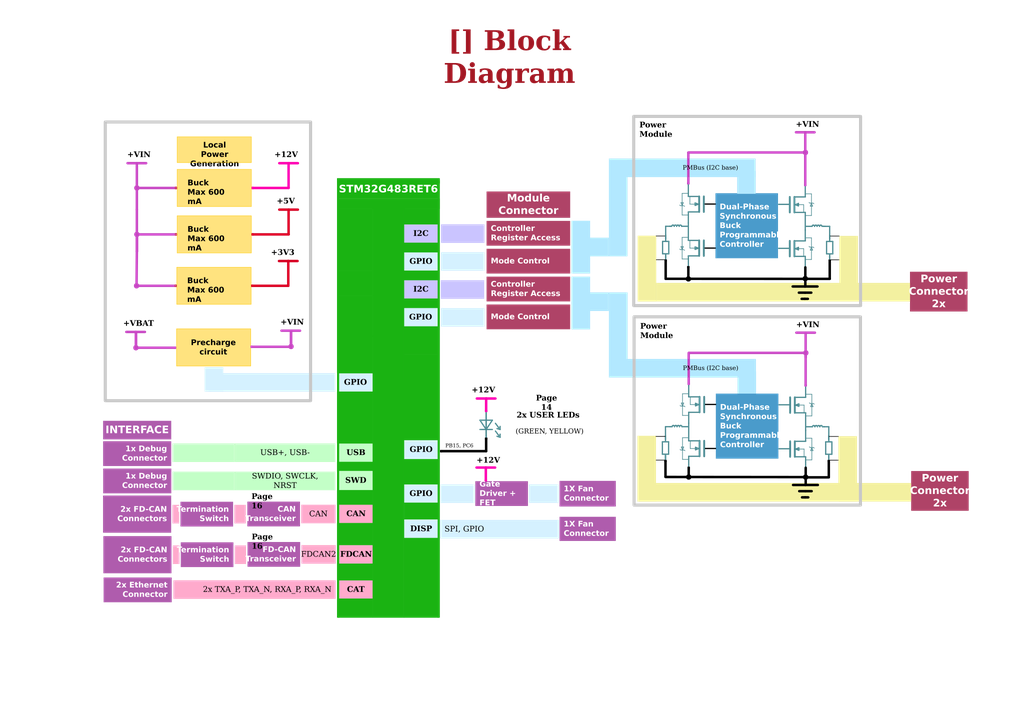
<source format=kicad_sch>
(kicad_sch (version 20230121) (generator eeschema)
  (paper "A3")
  (title_block (title "Block Diagram") (date "Last Modified Date") (rev "${REVISION}") (company "${COMPANY}"))
  (polyline (pts (xy 339.9282 178.689) (xy 339.9282 181.229)) (stroke (width 0.508) (color 74 138 145 1)))
  (polyline (pts (xy 278.765 84.1248) (xy 279.146 84.3788)) (stroke (width 0.254) (color 74 138 145 1)))
  (polyline (pts (xy 119.253 135.636) (xy 123.063 135.636)) (stroke (width 1.016) (color 198 71 194 1)))
  (polyline (pts (xy 329.6412 83.947) (xy 325.8312 83.947)) (stroke (width 0.254) (color 74 138 145 1)))
  (polyline (pts (xy 329.7936 184.1754) (xy 325.9836 184.1754)) (stroke (width 0.254) (color 74 138 145 1)))
  (polyline (pts (xy 279.273 101.1428) (xy 279.781 102.4128)) (stroke (width 0.254) (color 74 138 145 1)))
  (polyline (pts (xy 804.9514 83.1596) (xy 804.9514 76.8096)) (stroke (width 0.762) (color 74 138 145 1)))
  (polyline (pts (xy 269.0368 178.9938) (xy 272.8214 178.9938)) (stroke (width 0.25) (color 0 0 0 1)))
  (polyline (pts (xy 330.6318 175.0314) (xy 333.2226 175.0314)) (stroke (width 0.508) (color 74 138 145 1)))
  (polyline (pts (xy 783.1074 62.8396) (xy 779.2974 62.8396)) (stroke (width 0.254) (color 74 138 145 1)))
  (polyline (pts (xy 783.7424 55.2196) (xy 783.7424 59.6646)) (stroke (width 0.508) (color 74 138 145 1)))
  (polyline (pts (xy 324.0786 187.3504) (xy 324.0786 181.0004)) (stroke (width 0.762) (color 74 138 145 1)))
  (polyline (pts (xy 332.1812 101.346) (xy 333.4512 101.346)) (stroke (width 0.254) (color 74 138 145 1)))
  (polyline (pts (xy 341.5538 99.0346) (xy 339.0138 99.0346)) (stroke (width 0.508) (color 74 138 145 1)))
  (polyline (pts (xy 838.8604 87.6046) (xy 838.8604 90.1446)) (stroke (width 0.508) (color 74 138 145 1)))
  (polyline (pts (xy 330.4286 169.3164) (xy 325.9836 169.3164)) (stroke (width 0.508) (color 74 138 145 1)))
  (polyline (pts (xy 782.4724 90.1446) (xy 782.4724 95.2246)) (stroke (width 0.508) (color 74 138 145 1)))
  (polyline (pts (xy 807.2374 62.8396) (xy 808.5074 63.3476)) (stroke (width 0.508) (color 74 138 145 1)))
  (polyline (pts (xy 811.3014 75.5396) (xy 813.8414 75.5396)) (stroke (width 0.254) (color 74 138 145 1)))
  (polyline (pts (xy 327.4822 83.439) (xy 326.2122 83.947)) (stroke (width 0.508) (color 74 138 145 1)))
  (polyline (pts (xy 814.3494 80.6196) (xy 813.8414 79.3496)) (stroke (width 0.254) (color 74 138 145 1)))
  (polyline (pts (xy 273.0246 96.4692) (xy 273.0246 99.0092)) (stroke (width 0.508) (color 74 138 145 1)))
  (polyline (pts (xy 282.321 86.9188) (xy 286.766 86.9188)) (stroke (width 0.508) (color 74 138 145 1)))
  (polyline (pts (xy 837.5904 90.1446) (xy 840.1304 90.1446)) (stroke (width 0.508) (color 74 138 145 1)))
  (polyline (pts (xy 330.2762 62.738) (xy 330.2762 75.819)) (stroke (width 1.016) (color 198 71 194 1)))
  (polyline (pts (xy 838.8604 31.4706) (xy 838.8604 41.6306)) (stroke (width 1.016) (color 198 71 194 1)))
  (polyline (pts (xy 72.009 117.221) (xy 56.007 117.221)) (stroke (width 1.016) (color 198 71 194 1)))
  (polyline (pts (xy 331.9526 183.2864) (xy 332.3336 183.5404)) (stroke (width 0.254) (color 74 138 145 1)))
  (polyline (pts (xy 806.8564 66.0146) (xy 806.8564 59.6646)) (stroke (width 0.762) (color 74 138 145 1)))
  (polyline (pts (xy 282.4734 179.5272) (xy 279.9334 179.5272)) (stroke (width 0.254) (color 74 138 145 1)))
  (polyline (pts (xy 282.4734 170.3832) (xy 279.9334 170.3832)) (stroke (width 0.254) (color 74 138 145 1)))
  (polyline (pts (xy 286.766 80.5688) (xy 286.766 86.9188)) (stroke (width 0.762) (color 74 138 145 1)))
  (polyline (pts (xy 333.3242 84.582) (xy 332.8162 83.312)) (stroke (width 0.254) (color 74 138 145 1)))
  (polyline (pts (xy 330.5302 195.7832) (xy 339.9028 195.7832)) (stroke (width 1.016) (color 0 0 0 1)))
  (polyline (pts (xy 269.1892 106.5276) (xy 272.9738 106.5276)) (stroke (width 0.25) (color 0 0 0 1)))
  (polyline (pts (xy 337.6422 92.837) (xy 338.4042 92.837)) (stroke (width 0.508) (color 74 138 145 1)))
  (polyline (pts (xy 282.321 80.5688) (xy 282.321 76.1238)) (stroke (width 0.508) (color 74 138 145 1)))
  (polyline (pts (xy 103.632 77.089) (xy 118.364 77.089)) (stroke (width 1.016) (color 255 0 171 1)))
  (polyline (pts (xy 783.7424 98.0186) (xy 783.7424 119.7356)) (stroke (width 1.016) (color 0 0 0 1)))
  (polyline (pts (xy 279.4254 165.3032) (xy 280.4414 165.3032)) (stroke (width 0.254) (color 74 138 145 1)))
  (polyline (pts (xy 325.2724 198.9074) (xy 330.3524 198.9074)) (stroke (width 1.016) (color 0 0 0 1)))
  (polyline (pts (xy 181.102 185.039) (xy 199.39 185.039)) (stroke (width 1.016) (color 0 0 0 1)))
  (polyline (pts (xy 325.8312 87.122) (xy 325.8312 80.772)) (stroke (width 0.762) (color 74 138 145 1)))
  (polyline (pts (xy 325.9836 169.3164) (xy 325.9836 162.9664)) (stroke (width 0.762) (color 74 138 145 1)))
  (polyline (pts (xy 331.9526 165.2524) (xy 332.3336 165.5064)) (stroke (width 0.254) (color 74 138 145 1)))
  (polyline (pts (xy 786.2824 79.3496) (xy 785.7744 80.6196)) (stroke (width 0.254) (color 74 138 145 1)))
  (polyline (pts (xy 783.7424 70.4596) (xy 783.7424 72.3646)) (stroke (width 0.508) (color 74 138 145 1)))
  (polyline (pts (xy 56.134 85.979) (xy 56.134 96.139)) (stroke (width 1.016) (color 198 71 194 1)))
  (polyline (pts (xy 330.4286 136.4488) (xy 334.2386 136.4488)) (stroke (width 1.016) (color 198 71 194 1)))
  (polyline (pts (xy 279.4254 165.3032) (xy 279.9334 166.5732)) (stroke (width 0.254) (color 74 138 145 1)))
  (polyline (pts (xy 339.0138 99.0346) (xy 339.0138 104.1146)) (stroke (width 0.508) (color 74 138 145 1)))
  (polyline (pts (xy 280.9494 166.8272) (xy 280.5684 166.5732)) (stroke (width 0.254) (color 74 138 145 1)))
  (polyline (pts (xy 344.1192 106.553) (xy 340.3346 106.553)) (stroke (width 0.25) (color 0 0 0 1)))
  (polyline (pts (xy 327.4822 101.473) (xy 327.4822 102.489)) (stroke (width 0.508) (color 74 138 145 1)))
  (polyline (pts (xy 56.134 66.929) (xy 56.134 77.089)) (stroke (width 1.016) (color 198 71 194 1)))
  (polyline (pts (xy 838.2254 79.9846) (xy 838.2254 83.1596)) (stroke (width 0.254) (color 74 138 145 1)))
  (polyline (pts (xy 330.4286 187.3504) (xy 325.9836 187.3504)) (stroke (width 0.508) (color 74 138 145 1)))
  (polyline (pts (xy 330.2762 87.122) (xy 330.2762 94.361)) (stroke (width 0.508) (color 74 138 145 1)))
  (polyline (pts (xy 330.4286 161.6964) (xy 332.9686 161.6964)) (stroke (width 0.254) (color 74 138 145 1)))
  (polyline (pts (xy 330.454 191.8462) (xy 330.454 195.6816)) (stroke (width 1.016) (color 0 0 0 1)))
  (polyline (pts (xy 332.9686 179.7304) (xy 332.9686 188.6204)) (stroke (width 0.254) (color 74 138 145 1)))
  (polyline (pts (xy 811.3014 55.2196) (xy 811.3014 59.6646)) (stroke (width 0.508) (color 74 138 145 1)))
  (polyline (pts (xy 122.047 107.061) (xy 118.237 107.061)) (stroke (width 1.016) (color 212 0 32 1)))
  (polyline (pts (xy 282.321 88.1888) (xy 279.781 88.1888)) (stroke (width 0.254) (color 74 138 145 1)))
  (polyline (pts (xy 783.7424 137.5156) (xy 783.7424 118.7196)) (stroke (width 1.016) (color 0 0 0 1)))
  (polyline (pts (xy 279.4254 183.3372) (xy 280.4414 183.3372)) (stroke (width 0.254) (color 74 138 145 1)))
  (polyline (pts (xy 319.3542 101.854) (xy 323.7992 101.854)) (stroke (width 0.508) (color 74 138 145 1)))
  (polyline (pts (xy 783.1074 62.8396) (xy 783.1074 66.0146)) (stroke (width 0.254) (color 74 138 145 1)))
  (polyline (pts (xy 811.3014 87.6046) (xy 811.3014 90.1446)) (stroke (width 0.508) (color 74 138 145 1)))
  (polyline (pts (xy 282.321 91.3638) (xy 282.321 86.9188)) (stroke (width 0.508) (color 74 138 145 1)))
  (polyline (pts (xy 122.174 85.979) (xy 118.364 85.979)) (stroke (width 1.016) (color 212 0 32 1)))
  (polyline (pts (xy 808.5074 62.3316) (xy 808.5074 63.3476)) (stroke (width 0.508) (color 74 138 145 1)))
  (polyline (pts (xy 339.9282 175.0314) (xy 338.0486 175.0314)) (stroke (width 0.508) (color 74 138 145 1)))
  (polyline (pts (xy 329.7936 114.3762) (xy 340.3092 114.3762)) (stroke (width 1.016) (color 0 0 0 1)))
  (polyline (pts (xy 807.2374 79.9846) (xy 808.5074 80.4926)) (stroke (width 0.508) (color 74 138 145 1)))
  (polyline (pts (xy 282.5242 144.7292) (xy 330.5048 144.7292)) (stroke (width 1.016) (color 198 71 194 1)))
  (polyline (pts (xy 327.6346 183.6674) (xy 326.3646 184.1754)) (stroke (width 0.508) (color 74 138 145 1)))
  (polyline (pts (xy 278.9174 166.3192) (xy 279.2984 166.5732)) (stroke (width 0.254) (color 74 138 145 1)))
  (polyline (pts (xy 329.7936 166.1414) (xy 329.7936 169.3164)) (stroke (width 0.254) (color 74 138 145 1)))
  (polyline (pts (xy 812.8254 61.9506) (xy 813.2064 62.2046)) (stroke (width 0.254) (color 74 138 145 1)))
  (polyline (pts (xy 810.0314 90.1446) (xy 812.5714 90.1446)) (stroke (width 0.508) (color 74 138 145 1)))
  (polyline (pts (xy 813.2064 79.3496) (xy 814.4764 79.3496)) (stroke (width 0.254) (color 74 138 145 1)))
  (polyline (pts (xy 330.2762 54.2544) (xy 330.2762 64.4144)) (stroke (width 1.016) (color 198 71 194 1)))
  (polyline (pts (xy 199.39 176.149) (xy 201.93 172.339)) (stroke (width 0.508) (color 74 138 145 1)))
  (polyline (pts (xy 330.3016 114.4016) (xy 330.3016 117.348)) (stroke (width 1.016) (color 0 0 0 1)))
  (polyline (pts (xy 810.6664 79.9846) (xy 806.8564 79.9846)) (stroke (width 0.254) (color 74 138 145 1)))
  (polyline (pts (xy 279.9334 166.5732) (xy 280.4414 165.3032)) (stroke (width 0.254) (color 74 138 145 1)))
  (polyline (pts (xy 786.7904 80.6196) (xy 785.7744 80.6196)) (stroke (width 0.254) (color 74 138 145 1)))
  (polyline (pts (xy 280.416 84.3788) (xy 279.146 84.3788)) (stroke (width 0.254) (color 74 138 145 1)))
  (polyline (pts (xy 330.2762 80.772) (xy 325.8312 80.772)) (stroke (width 0.508) (color 74 138 145 1)))
  (polyline (pts (xy 811.3014 98.0186) (xy 811.3014 119.6086)) (stroke (width 1.016) (color 0 0 0 1)))
  (polyline (pts (xy 814.3494 80.6196) (xy 813.3334 80.6196)) (stroke (width 0.254) (color 74 138 145 1)))
  (polyline (pts (xy 332.9686 183.5404) (xy 332.4606 184.8104)) (stroke (width 0.254) (color 74 138 145 1)))
  (polyline (pts (xy 282.4734 180.7972) (xy 286.9184 180.7972)) (stroke (width 0.508) (color 74 138 145 1)))
  (polyline (pts (xy 326.2122 101.981) (xy 327.4822 102.489)) (stroke (width 0.508) (color 74 138 145 1)))
  (polyline (pts (xy 841.9084 80.6196) (xy 841.4004 79.3496)) (stroke (width 0.254) (color 74 138 145 1)))
  (polyline (pts (xy 280.416 102.4128) (xy 279.146 102.4128)) (stroke (width 0.254) (color 74 138 145 1)))
  (polyline (pts (xy 811.3014 66.0146) (xy 811.3014 70.4596)) (stroke (width 0.508) (color 74 138 145 1)))
  (polyline (pts (xy 838.8604 72.3646) (xy 838.8604 76.8096)) (stroke (width 0.508) (color 74 138 145 1)))
  (polyline (pts (xy 341.1982 181.229) (xy 338.6582 181.229)) (stroke (width 0.508) (color 74 138 145 1)))
  (polyline (pts (xy 332.9686 165.5064) (xy 332.4606 166.7764)) (stroke (width 0.254) (color 74 138 145 1)))
  (polyline (pts (xy 780.9484 62.3316) (xy 779.6784 62.8396)) (stroke (width 0.508) (color 74 138 145 1)))
  (polyline (pts (xy 330.4286 179.7304) (xy 332.9686 179.7304)) (stroke (width 0.254) (color 74 138 145 1)))
  (polyline (pts (xy 330.2762 79.502) (xy 332.8162 79.502)) (stroke (width 0.254) (color 74 138 145 1)))
  (polyline (pts (xy 282.4734 180.7972) (xy 282.4734 173.6344)) (stroke (width 0.508) (color 74 138 145 1)))
  (polyline (pts (xy 330.4286 162.9664) (xy 325.9836 162.9664)) (stroke (width 0.508) (color 74 138 145 1)))
  (polyline (pts (xy 330.4286 181.0004) (xy 325.9836 181.0004)) (stroke (width 0.508) (color 74 138 145 1)))
  (polyline (pts (xy 783.7424 66.0146) (xy 779.2974 66.0146)) (stroke (width 0.508) (color 74 138 145 1)))
  (polyline (pts (xy 279.273 101.1428) (xy 280.289 101.1428)) (stroke (width 0.254) (color 74 138 145 1)))
  (polyline (pts (xy 330.454 195.8086) (xy 330.454 198.755)) (stroke (width 1.016) (color 0 0 0 1)))
  (polyline (pts (xy 834.4154 83.1596) (xy 834.4154 76.8096)) (stroke (width 0.762) (color 74 138 145 1)))
  (polyline (pts (xy 271.7546 99.0092) (xy 274.2946 99.0092)) (stroke (width 0.508) (color 74 138 145 1)))
  (polyline (pts (xy 842.4164 79.6036) (xy 842.0354 79.3496)) (stroke (width 0.254) (color 74 138 145 1)))
  (polyline (pts (xy 810.0314 90.1446) (xy 810.0314 95.2246)) (stroke (width 0.508) (color 74 138 145 1)))
  (polyline (pts (xy 783.7424 66.0146) (xy 783.7424 70.4596)) (stroke (width 0.508) (color 74 138 145 1)))
  (polyline (pts (xy 814.8574 62.4586) (xy 814.4764 62.2046)) (stroke (width 0.254) (color 74 138 145 1)))
  (polyline (pts (xy 332.8162 97.536) (xy 332.8162 106.426)) (stroke (width 0.254) (color 74 138 145 1)))
  (polyline (pts (xy 282.4734 188.4172) (xy 279.9334 188.4172)) (stroke (width 0.254) (color 74 138 145 1)))
  (polyline (pts (xy 272.9484 189.1792) (xy 272.9484 195.5546)) (stroke (width 1.016) (color 0 0 0 1)))
  (polyline (pts (xy 786.7904 63.4746) (xy 785.7744 63.4746)) (stroke (width 0.254) (color 74 138 145 1)))
  (polyline (pts (xy 779.2974 66.0146) (xy 779.2974 59.6646)) (stroke (width 0.762) (color 74 138 145 1)))
  (polyline (pts (xy 330.4794 92.837) (xy 333.0702 92.837)) (stroke (width 0.508) (color 74 138 145 1)))
  (polyline (pts (xy 283.1084 165.9382) (xy 283.1084 162.7632)) (stroke (width 0.254) (color 74 138 145 1)))
  (polyline (pts (xy 341.5538 99.0346) (xy 341.5538 104.1146)) (stroke (width 0.508) (color 74 138 145 1)))
  (polyline (pts (xy 783.7424 138.1506) (xy 788.8224 138.1506)) (stroke (width 1.016) (color 0 0 0 1)))
  (polyline (pts (xy 118.364 85.979) (xy 114.554 85.979)) (stroke (width 1.016) (color 212 0 32 1)))
  (polyline (pts (xy 274.8788 175.006) (xy 275.6408 175.006)) (stroke (width 0.508) (color 74 138 145 1)))
  (polyline (pts (xy 71.755 142.621) (xy 55.753 142.621)) (stroke (width 1.016) (color 198 71 194 1)))
  (polyline (pts (xy 813.8414 79.3496) (xy 813.3334 80.6196)) (stroke (width 0.254) (color 74 138 145 1)))
  (polyline (pts (xy 783.7424 59.6646) (xy 779.2974 59.6646)) (stroke (width 0.508) (color 74 138 145 1)))
  (polyline (pts (xy 330.4286 169.3164) (xy 330.4286 176.5554)) (stroke (width 0.508) (color 74 138 145 1)))
  (polyline (pts (xy 838.8604 31.4706) (xy 842.6704 31.4706)) (stroke (width 1.016) (color 198 71 194 1)))
  (polyline (pts (xy 329.6412 101.981) (xy 329.6412 105.156)) (stroke (width 0.254) (color 74 138 145 1)))
  (polyline (pts (xy 333.3242 102.616) (xy 332.8162 101.346)) (stroke (width 0.254) (color 74 138 145 1)))
  (polyline (pts (xy 282.956 83.7438) (xy 282.956 80.5688)) (stroke (width 0.254) (color 74 138 145 1)))
  (polyline (pts (xy 838.2254 79.9846) (xy 834.4154 79.9846)) (stroke (width 0.254) (color 74 138 145 1)))
  (polyline (pts (xy 269.113 188.722) (xy 272.8976 188.722)) (stroke (width 0.25) (color 0 0 0 1)))
  (polyline (pts (xy 330.2762 97.536) (xy 332.8162 97.536)) (stroke (width 0.254) (color 74 138 145 1)))
  (polyline (pts (xy 810.6664 62.8396) (xy 810.6664 66.0146)) (stroke (width 0.254) (color 74 138 145 1)))
  (polyline (pts (xy 286.9184 180.7972) (xy 286.9184 187.1472)) (stroke (width 0.762) (color 74 138 145 1)))
  (polyline (pts (xy 786.2824 75.5396) (xy 786.2824 84.4296)) (stroke (width 0.254) (color 74 138 145 1)))
  (polyline (pts (xy 779.6784 62.8396) (xy 780.9484 63.3476)) (stroke (width 0.508) (color 74 138 145 1)))
  (polyline (pts (xy 777.3924 66.0146) (xy 777.3924 59.6646)) (stroke (width 0.762) (color 74 138 145 1)))
  (polyline (pts (xy 813.2064 62.2046) (xy 814.4764 62.2046)) (stroke (width 0.254) (color 74 138 145 1)))
  (polyline (pts (xy 808.5074 79.4766) (xy 807.2374 79.9846)) (stroke (width 0.508) (color 74 138 145 1)))
  (polyline (pts (xy 330.3524 198.9074) (xy 335.4324 198.9074)) (stroke (width 1.016) (color 0 0 0 1)))
  (polyline (pts (xy 282.4734 161.4932) (xy 279.9334 161.4932)) (stroke (width 0.254) (color 74 138 145 1)))
  (polyline (pts (xy 778.6624 138.1506) (xy 783.7424 138.1506)) (stroke (width 1.016) (color 0 0 0 1)))
  (polyline (pts (xy 783.7424 87.6046) (xy 783.7424 90.1446)) (stroke (width 0.508) (color 74 138 145 1)))
  (polyline (pts (xy 286.5374 183.9722) (xy 285.2674 183.4642)) (stroke (width 0.508) (color 74 138 145 1)))
  (polyline (pts (xy 814.3494 63.4746) (xy 813.8414 62.2046)) (stroke (width 0.254) (color 74 138 145 1)))
  (polyline (pts (xy 199.39 163.449) (xy 199.39 168.529)) (stroke (width 1.016) (color 255 0 171 1)))
  (polyline (pts (xy 280.5684 184.6072) (xy 279.2984 184.6072)) (stroke (width 0.254) (color 74 138 145 1)))
  (polyline (pts (xy 332.74 120.0404) (xy 330.2 120.0404)) (stroke (width 1.016) (color 0 0 0 1)))
  (polyline (pts (xy 330.2762 94.361) (xy 330.2762 98.806)) (stroke (width 0.508) (color 74 138 145 1)))
  (polyline (pts (xy 330.4286 187.3504) (xy 330.4286 191.7954)) (stroke (width 0.508) (color 74 138 145 1)))
  (polyline (pts (xy 332.8162 79.502) (xy 332.8162 88.392)) (stroke (width 0.254) (color 74 138 145 1)))
  (polyline (pts (xy 810.6664 79.9846) (xy 810.6664 83.1596)) (stroke (width 0.254) (color 74 138 145 1)))
  (polyline (pts (xy 838.8604 83.1596) (xy 838.8604 87.6046)) (stroke (width 0.508) (color 74 138 145 1)))
  (polyline (pts (xy 782.4724 90.1446) (xy 785.0124 90.1446)) (stroke (width 0.508) (color 74 138 145 1)))
  (polyline (pts (xy 288.8234 180.7972) (xy 288.8234 187.1472)) (stroke (width 0.762) (color 74 138 145 1)))
  (polyline (pts (xy 333.9846 165.7604) (xy 333.6036 165.5064)) (stroke (width 0.254) (color 74 138 145 1)))
  (polyline (pts (xy 786.2824 140.6906) (xy 783.7424 140.6906)) (stroke (width 1.016) (color 0 0 0 1)))
  (polyline (pts (xy 785.6474 79.3496) (xy 786.9174 79.3496)) (stroke (width 0.254) (color 74 138 145 1)))
  (polyline (pts (xy 340.2838 92.837) (xy 338.4042 92.837)) (stroke (width 0.508) (color 74 138 145 1)))
  (polyline (pts (xy 282.321 104.9528) (xy 286.766 104.9528)) (stroke (width 0.508) (color 74 138 145 1)))
  (polyline (pts (xy 813.8414 58.3946) (xy 813.8414 67.2846)) (stroke (width 0.254) (color 74 138 145 1)))
  (polyline (pts (xy 339.9282 180.2638) (xy 339.9282 175.0314)) (stroke (width 0.508) (color 74 138 145 1)))
  (polyline (pts (xy 279.781 102.4128) (xy 280.289 101.1428)) (stroke (width 0.254) (color 74 138 145 1)))
  (polyline (pts (xy 319.3542 83.82) (xy 323.7992 83.82)) (stroke (width 0.508) (color 74 138 145 1)))
  (polyline (pts (xy 286.385 101.7778) (xy 285.115 101.2698)) (stroke (width 0.508) (color 74 138 145 1)))
  (polyline (pts (xy 56.134 77.089) (xy 56.134 85.979)) (stroke (width 1.016) (color 198 71 194 1)))
  (polyline (pts (xy 838.8604 83.1596) (xy 834.4154 83.1596)) (stroke (width 0.508) (color 74 138 145 1)))
  (polyline (pts (xy 269.113 96.7994) (xy 272.8976 96.7994)) (stroke (width 0.25) (color 0 0 0 1)))
  (polyline (pts (xy 118.237 107.061) (xy 114.427 107.061)) (stroke (width 1.016) (color 212 0 32 1)))
  (polyline (pts (xy 282.321 80.5688) (xy 286.766 80.5688)) (stroke (width 0.508) (color 74 138 145 1)))
  (polyline (pts (xy 780.9484 79.4766) (xy 779.6784 79.9846)) (stroke (width 0.508) (color 74 138 145 1)))
  (polyline (pts (xy 841.4004 75.5396) (xy 841.4004 84.4296)) (stroke (width 0.254) (color 74 138 145 1)))
  (polyline (pts (xy 326.4662 54.2544) (xy 330.2762 54.2544)) (stroke (width 1.016) (color 198 71 194 1)))
  (polyline (pts (xy 283.1084 165.9382) (xy 286.9184 165.9382)) (stroke (width 0.254) (color 74 138 145 1)))
  (polyline (pts (xy 325.9836 187.3504) (xy 325.9836 181.0004)) (stroke (width 0.762) (color 74 138 145 1)))
  (polyline (pts (xy 837.5904 90.1446) (xy 837.5904 95.2246)) (stroke (width 0.508) (color 74 138 145 1)))
  (polyline (pts (xy 330.4286 136.4488) (xy 330.4286 146.6088)) (stroke (width 1.016) (color 198 71 194 1)))
  (polyline (pts (xy 331.4954 203.9874) (xy 330.2254 203.9874)) (stroke (width 1.016) (color 0 0 0 1)))
  (polyline (pts (xy 325.8312 105.156) (xy 325.8312 98.806)) (stroke (width 0.762) (color 74 138 145 1)))
  (polyline (pts (xy 272.9484 180.2384) (xy 272.9484 175.006)) (stroke (width 0.508) (color 74 138 145 1)))
  (polyline (pts (xy 838.8604 41.7576) (xy 838.8604 54.4576)) (stroke (width 1.016) (color 198 71 194 1)))
  (polyline (pts (xy 811.3014 76.8096) (xy 806.8564 76.8096)) (stroke (width 0.508) (color 74 138 145 1)))
  (polyline (pts (xy 279.273 83.1088) (xy 280.289 83.1088)) (stroke (width 0.254) (color 74 138 145 1)))
  (polyline (pts (xy 783.7424 41.3766) (xy 811.3014 41.3766)) (stroke (width 1.016) (color 198 71 194 1)))
  (polyline (pts (xy 329.7936 166.1414) (xy 325.9836 166.1414)) (stroke (width 0.254) (color 74 138 145 1)))
  (polyline (pts (xy 199.263 191.77) (xy 203.073 191.77)) (stroke (width 1.016) (color 255 0 171 1)))
  (polyline (pts (xy 813.8414 75.5396) (xy 813.8414 84.4296)) (stroke (width 0.254) (color 74 138 145 1)))
  (polyline (pts (xy 122.174 66.929) (xy 118.364 66.929)) (stroke (width 1.016) (color 255 0 171 1)))
  (polyline (pts (xy 780.9484 79.4766) (xy 780.9484 80.4926)) (stroke (width 0.508) (color 74 138 145 1)))
  (polyline (pts (xy 327.6346 165.6334) (xy 327.6346 166.6494)) (stroke (width 0.508) (color 74 138 145 1)))
  (polyline (pts (xy 812.8254 79.0956) (xy 813.2064 79.3496)) (stroke (width 0.254) (color 74 138 145 1)))
  (polyline (pts (xy 344.1954 96.8248) (xy 340.4108 96.8248)) (stroke (width 0.25) (color 0 0 0 1)))
  (polyline (pts (xy 840.1304 90.1446) (xy 840.1304 95.2246)) (stroke (width 0.508) (color 74 138 145 1)))
  (polyline (pts (xy 811.3014 41.3766) (xy 838.8604 41.3766)) (stroke (width 1.016) (color 198 71 194 1)))
  (polyline (pts (xy 786.2824 62.2046) (xy 785.7744 63.4746)) (stroke (width 0.254) (color 74 138 145 1)))
  (polyline (pts (xy 783.7424 140.6906) (xy 781.2024 140.6906)) (stroke (width 1.016) (color 0 0 0 1)))
  (polyline (pts (xy 280.797 84.6328) (xy 280.416 84.3788)) (stroke (width 0.254) (color 74 138 145 1)))
  (polyline (pts (xy 330.3016 109.6518) (xy 330.3016 114.3762)) (stroke (width 1.016) (color 0 0 0 1)))
  (polyline (pts (xy 340.2838 96.4946) (xy 340.2838 99.0346)) (stroke (width 0.508) (color 74 138 145 1)))
  (polyline (pts (xy 288.671 98.6028) (xy 288.671 104.9528)) (stroke (width 0.762) (color 74 138 145 1)))
  (polyline (pts (xy 279.273 83.1088) (xy 279.781 84.3788)) (stroke (width 0.254) (color 74 138 145 1)))
  (polyline (pts (xy 271.7546 104.0892) (xy 274.2946 104.0892)) (stroke (width 0.508) (color 74 138 145 1)))
  (polyline (pts (xy 330.2762 106.426) (xy 332.8162 106.426)) (stroke (width 0.254) (color 74 138 145 1)))
  (polyline (pts (xy 785.0124 90.1446) (xy 785.0124 95.2246)) (stroke (width 0.508) (color 74 138 145 1)))
  (polyline (pts (xy 811.3014 59.6646) (xy 806.8564 59.6646)) (stroke (width 0.508) (color 74 138 145 1)))
  (polyline (pts (xy 330.073 122.5804) (xy 328.803 122.5804)) (stroke (width 1.016) (color 0 0 0 1)))
  (polyline (pts (xy 329.6412 83.947) (xy 329.6412 87.122)) (stroke (width 0.254) (color 74 138 145 1)))
  (polyline (pts (xy 783.7424 75.5396) (xy 786.2824 75.5396)) (stroke (width 0.254) (color 74 138 145 1)))
  (polyline (pts (xy 279.5524 92.8116) (xy 282.0924 92.8116)) (stroke (width 0.508) (color 74 138 145 1)))
  (polyline (pts (xy 282.3464 114.3508) (xy 330.3016 114.3762)) (stroke (width 1.016) (color 0 0 0 1)))
  (polyline (pts (xy 51.816 136.144) (xy 55.626 136.144)) (stroke (width 1.016) (color 198 71 194 1)))
  (polyline (pts (xy 810.0314 95.2246) (xy 812.5714 95.2246)) (stroke (width 0.508) (color 74 138 145 1)))
  (polyline (pts (xy 271.7546 99.0092) (xy 271.7546 104.0892)) (stroke (width 0.508) (color 74 138 145 1)))
  (polyline (pts (xy 203.2 173.609) (xy 205.105 176.149)) (stroke (width 0.508) (color 74 138 145 1)))
  (polyline (pts (xy 325.12 117.5004) (xy 330.2 117.5004)) (stroke (width 1.016) (color 0 0 0 1)))
  (polyline (pts (xy 786.7904 80.6196) (xy 786.2824 79.3496)) (stroke (width 0.254) (color 74 138 145 1)))
  (polyline (pts (xy 327.6346 165.6334) (xy 326.3646 166.1414)) (stroke (width 0.508) (color 74 138 145 1)))
  (polyline (pts (xy 288.8234 162.7632) (xy 288.8234 169.1132)) (stroke (width 0.762) (color 74 138 145 1)))
  (polyline (pts (xy 332.9686 161.6964) (xy 332.9686 170.5864)) (stroke (width 0.254) (color 74 138 145 1)))
  (polyline (pts (xy 330.2762 54.2544) (xy 334.0862 54.2544)) (stroke (width 1.016) (color 198 71 194 1)))
  (polyline (pts (xy 783.7424 67.2846) (xy 786.2824 67.2846)) (stroke (width 0.254) (color 74 138 145 1)))
  (polyline (pts (xy 279.781 106.2228) (xy 279.781 97.3328)) (stroke (width 0.254) (color 74 138 145 1)))
  (polyline (pts (xy 282.4734 144.8054) (xy 282.4734 157.353)) (stroke (width 1.016) (color 198 71 194 1)))
  (polyline (pts (xy 119.253 142.24) (xy 103.251 142.24)) (stroke (width 1.016) (color 198 71 194 1)))
  (polyline (pts (xy 199.263 191.77) (xy 199.263 196.85)) (stroke (width 1.016) (color 255 0 171 1)))
  (polyline (pts (xy 782.4724 95.2246) (xy 785.0124 95.2246)) (stroke (width 0.508) (color 74 138 145 1)))
  (polyline (pts (xy 282.3464 109.1438) (xy 282.321 104.9528)) (stroke (width 0.508) (color 74 138 145 1)))
  (polyline (pts (xy 323.9262 87.122) (xy 323.9262 80.772)) (stroke (width 0.762) (color 74 138 145 1)))
  (polyline (pts (xy 118.364 85.979) (xy 118.364 96.139)) (stroke (width 1.016) (color 212 0 32 1)))
  (polyline (pts (xy 199.39 185.039) (xy 199.39 179.959)) (stroke (width 1.016) (color 0 0 0 1)))
  (polyline (pts (xy 814.8574 79.6036) (xy 814.4764 79.3496)) (stroke (width 0.254) (color 74 138 145 1)))
  (polyline (pts (xy 283.1084 183.9722) (xy 283.1084 180.7972)) (stroke (width 0.254) (color 74 138 145 1)))
  (polyline (pts (xy 331.343 122.5804) (xy 330.073 122.5804)) (stroke (width 1.016) (color 0 0 0 1)))
  (polyline (pts (xy 205.105 179.324) (xy 205.105 178.054)) (stroke (width 0.508) (color 74 138 145 1)))
  (polyline (pts (xy 286.385 83.7438) (xy 285.115 83.2358)) (stroke (width 0.508) (color 74 138 145 1)))
  (polyline (pts (xy 279.9334 188.4172) (xy 279.9334 179.5272)) (stroke (width 0.254) (color 74 138 145 1)))
  (polyline (pts (xy 326.2122 83.947) (xy 327.4822 84.455)) (stroke (width 0.508) (color 74 138 145 1)))
  (polyline (pts (xy 783.6154 143.2306) (xy 782.3454 143.2306)) (stroke (width 1.016) (color 0 0 0 1)))
  (polyline (pts (xy 271.6784 181.2036) (xy 274.2184 181.2036)) (stroke (width 0.508) (color 74 138 145 1)))
  (polyline (pts (xy 332.8162 83.312) (xy 332.3082 84.582)) (stroke (width 0.254) (color 74 138 145 1)))
  (polyline (pts (xy 327.4822 83.439) (xy 327.4822 84.455)) (stroke (width 0.508) (color 74 138 145 1)))
  (polyline (pts (xy 205.105 176.149) (xy 203.835 175.768)) (stroke (width 0.508) (color 74 138 145 1)))
  (polyline (pts (xy 785.2664 61.9506) (xy 785.6474 62.2046)) (stroke (width 0.254) (color 74 138 145 1)))
  (polyline (pts (xy 282.956 101.7778) (xy 282.956 98.6028)) (stroke (width 0.254) (color 74 138 145 1)))
  (polyline (pts (xy 783.7424 119.7356) (xy 838.8604 119.7356)) (stroke (width 1.016) (color 0 0 0 1)))
  (polyline (pts (xy 814.3494 63.4746) (xy 813.3334 63.4746)) (stroke (width 0.254) (color 74 138 145 1)))
  (polyline (pts (xy 280.5684 166.5732) (xy 279.2984 166.5732)) (stroke (width 0.254) (color 74 138 145 1)))
  (polyline (pts (xy 282.4734 191.9478) (xy 282.4734 195.58)) (stroke (width 1.016) (color 0 0 0 1)))
  (polyline (pts (xy 333.9846 183.7944) (xy 333.6036 183.5404)) (stroke (width 0.254) (color 74 138 145 1)))
  (polyline (pts (xy 56.134 66.929) (xy 59.944 66.929)) (stroke (width 1.016) (color 198 71 194 1)))
  (polyline (pts (xy 330.2762 87.122) (xy 325.8312 87.122)) (stroke (width 0.508) (color 74 138 145 1)))
  (polyline (pts (xy 118.364 66.929) (xy 118.364 77.089)) (stroke (width 1.016) (color 255 0 171 1)))
  (polyline (pts (xy 777.3924 83.1596) (xy 777.3924 76.8096)) (stroke (width 0.762) (color 74 138 145 1)))
  (polyline (pts (xy 271.6784 181.2036) (xy 271.6784 186.2836)) (stroke (width 0.508) (color 74 138 145 1)))
  (polyline (pts (xy 784.8854 143.2306) (xy 783.6154 143.2306)) (stroke (width 1.016) (color 0 0 0 1)))
  (polyline (pts (xy 118.237 107.061) (xy 118.237 117.221)) (stroke (width 1.016) (color 212 0 32 1)))
  (polyline (pts (xy 286.9184 162.7632) (xy 286.9184 169.1132)) (stroke (width 0.762) (color 74 138 145 1)))
  (polyline (pts (xy 285.2674 184.4802) (xy 285.2674 183.4642)) (stroke (width 0.508) (color 74 138 145 1)))
  (polyline (pts (xy 203.2 163.449) (xy 199.39 163.449)) (stroke (width 1.016) (color 255 0 171 1)))
  (polyline (pts (xy 272.9738 195.6308) (xy 330.454 195.6816)) (stroke (width 1.016) (color 0 0 0 1)))
  (polyline (pts (xy 195.453 191.77) (xy 199.263 191.77)) (stroke (width 1.016) (color 255 0 171 1)))
  (polyline (pts (xy 285.2674 166.4462) (xy 285.2674 165.4302)) (stroke (width 0.508) (color 74 138 145 1)))
  (polyline (pts (xy 279.9334 170.3832) (xy 279.9334 161.4932)) (stroke (width 0.254) (color 74 138 145 1)))
  (polyline (pts (xy 330.4286 144.9324) (xy 330.4286 158.0134)) (stroke (width 1.016) (color 198 71 194 1)))
  (polyline (pts (xy 341.1982 181.229) (xy 341.1982 186.309)) (stroke (width 0.508) (color 74 138 145 1)))
  (polyline (pts (xy 804.9514 66.0146) (xy 804.9514 59.6646)) (stroke (width 0.762) (color 74 138 145 1)))
  (polyline (pts (xy 285.2674 166.4462) (xy 286.5374 165.9382)) (stroke (width 0.508) (color 74 138 145 1)))
  (polyline (pts (xy 832.5104 83.1596) (xy 832.5104 76.8096)) (stroke (width 0.762) (color 74 138 145 1)))
  (polyline (pts (xy 203.2 176.784) (xy 205.105 179.324)) (stroke (width 0.508) (color 74 138 145 1)))
  (polyline (pts (xy 783.7424 58.3946) (xy 786.2824 58.3946)) (stroke (width 0.254) (color 74 138 145 1)))
  (polyline (pts (xy 274.2184 181.2036) (xy 274.2184 186.2836)) (stroke (width 0.508) (color 74 138 145 1)))
  (polyline (pts (xy 836.0664 79.4766) (xy 834.7964 79.9846)) (stroke (width 0.508) (color 74 138 145 1)))
  (polyline (pts (xy 330.2762 98.806) (xy 325.8312 98.806)) (stroke (width 0.508) (color 74 138 145 1)))
  (polyline (pts (xy 333.4766 166.7764) (xy 332.4606 166.7764)) (stroke (width 0.254) (color 74 138 145 1)))
  (polyline (pts (xy 279.781 88.1888) (xy 279.781 79.2988)) (stroke (width 0.254) (color 74 138 145 1)))
  (polyline (pts (xy 783.7424 41.3766) (xy 783.7424 54.4576)) (stroke (width 1.016) (color 198 71 194 1)))
  (polyline (pts (xy 282.956 83.7438) (xy 286.766 83.7438)) (stroke (width 0.254) (color 74 138 145 1)))
  (polyline (pts (xy 330.2762 105.156) (xy 325.8312 105.156)) (stroke (width 0.508) (color 74 138 145 1)))
  (polyline (pts (xy 787.2984 62.4586) (xy 786.9174 62.2046)) (stroke (width 0.254) (color 74 138 145 1)))
  (polyline (pts (xy 115.443 135.636) (xy 119.253 135.636)) (stroke (width 1.016) (color 198 71 194 1)))
  (polyline (pts (xy 838.8604 75.5396) (xy 841.4004 75.5396)) (stroke (width 0.254) (color 74 138 145 1)))
  (polyline (pts (xy 838.8604 98.0186) (xy 838.8604 119.7356)) (stroke (width 1.016) (color 0 0 0 1)))
  (polyline (pts (xy 838.8604 76.8096) (xy 834.4154 76.8096)) (stroke (width 0.508) (color 74 138 145 1)))
  (polyline (pts (xy 808.5074 79.4766) (xy 808.5074 80.4926)) (stroke (width 0.508) (color 74 138 145 1)))
  (polyline (pts (xy 72.136 77.089) (xy 56.134 77.089)) (stroke (width 1.016) (color 198 71 194 1)))
  (polyline (pts (xy 330.2762 88.392) (xy 332.8162 88.392)) (stroke (width 0.254) (color 74 138 145 1)))
  (polyline (pts (xy 326.6186 136.4488) (xy 330.4286 136.4488)) (stroke (width 1.016) (color 198 71 194 1)))
  (polyline (pts (xy 810.6664 62.8396) (xy 806.8564 62.8396)) (stroke (width 0.254) (color 74 138 145 1)))
  (polyline (pts (xy 332.3336 183.5404) (xy 333.6036 183.5404)) (stroke (width 0.254) (color 74 138 145 1)))
  (polyline (pts (xy 319.5066 166.0144) (xy 323.9516 166.0144)) (stroke (width 0.508) (color 74 138 145 1)))
  (polyline (pts (xy 288.671 80.5688) (xy 288.671 86.9188)) (stroke (width 0.762) (color 74 138 145 1)))
  (polyline (pts (xy 841.9084 80.6196) (xy 840.8924 80.6196)) (stroke (width 0.254) (color 74 138 145 1)))
  (polyline (pts (xy 330.2 117.5004) (xy 335.28 117.5004)) (stroke (width 1.016) (color 0 0 0 1)))
  (polyline (pts (xy 811.3014 83.1596) (xy 811.3014 87.6046)) (stroke (width 0.508) (color 74 138 145 1)))
  (polyline (pts (xy 279.7048 175.006) (xy 282.2448 175.006)) (stroke (width 0.508) (color 74 138 145 1)))
  (polyline (pts (xy 783.7424 72.3646) (xy 783.7424 76.8096)) (stroke (width 0.508) (color 74 138 145 1)))
  (polyline (pts (xy 329.6412 101.981) (xy 325.8312 101.981)) (stroke (width 0.254) (color 74 138 145 1)))
  (polyline (pts (xy 333.8322 83.566) (xy 333.4512 83.312)) (stroke (width 0.254) (color 74 138 145 1)))
  (polyline (pts (xy 282.3718 62.5348) (xy 330.3524 62.5348)) (stroke (width 1.016) (color 198 71 194 1)))
  (polyline (pts (xy 282.321 98.6028) (xy 282.321 91.44)) (stroke (width 0.508) (color 74 138 145 1)))
  (polyline (pts (xy 326.3646 166.1414) (xy 327.6346 166.6494)) (stroke (width 0.508) (color 74 138 145 1)))
  (polyline (pts (xy 103.632 96.139) (xy 118.364 96.139)) (stroke (width 1.016) (color 212 0 32 1)))
  (polyline (pts (xy 333.4766 184.8104) (xy 332.9686 183.5404)) (stroke (width 0.254) (color 74 138 145 1)))
  (polyline (pts (xy 783.7424 76.8096) (xy 779.2974 76.8096)) (stroke (width 0.508) (color 74 138 145 1)))
  (polyline (pts (xy 339.9282 189.2046) (xy 339.9282 195.7578)) (stroke (width 1.016) (color 0 0 0 1)))
  (polyline (pts (xy 340.2838 98.0694) (xy 340.2838 92.837)) (stroke (width 0.508) (color 74 138 145 1)))
  (polyline (pts (xy 330.4286 176.5554) (xy 330.4286 181.0004)) (stroke (width 0.508) (color 74 138 145 1)))
  (polyline (pts (xy 343.7636 188.7474) (xy 339.979 188.7474)) (stroke (width 0.25) (color 0 0 0 1)))
  (polyline (pts (xy 332.8162 101.346) (xy 332.3082 102.616)) (stroke (width 0.254) (color 74 138 145 1)))
  (polyline (pts (xy 330.2762 105.156) (xy 330.2762 109.601)) (stroke (width 0.508) (color 74 138 145 1)))
  (polyline (pts (xy 783.7424 83.1596) (xy 783.7424 87.6046)) (stroke (width 0.508) (color 74 138 145 1)))
  (polyline (pts (xy 279.4254 183.3372) (xy 279.9334 184.6072)) (stroke (width 0.254) (color 74 138 145 1)))
  (polyline (pts (xy 282.321 62.611) (xy 282.321 75.1586)) (stroke (width 1.016) (color 198 71 194 1)))
  (polyline (pts (xy 332.1812 83.312) (xy 333.4512 83.312)) (stroke (width 0.254) (color 74 138 145 1)))
  (polyline (pts (xy 333.3242 102.616) (xy 332.3082 102.616)) (stroke (width 0.254) (color 74 138 145 1)))
  (polyline (pts (xy 783.7424 84.4296) (xy 786.2824 84.4296)) (stroke (width 0.254) (color 74 138 145 1)))
  (polyline (pts (xy 282.321 97.3328) (xy 279.781 97.3328)) (stroke (width 0.254) (color 74 138 145 1)))
  (polyline (pts (xy 330.2762 76.327) (xy 330.2762 80.772)) (stroke (width 0.508) (color 74 138 145 1)))
  (polyline (pts (xy 272.9484 178.6636) (xy 272.9484 181.2036)) (stroke (width 0.508) (color 74 138 145 1)))
  (polyline (pts (xy 279.9334 184.6072) (xy 280.4414 183.3372)) (stroke (width 0.254) (color 74 138 145 1)))
  (polyline (pts (xy 811.3014 83.1596) (xy 806.8564 83.1596)) (stroke (width 0.508) (color 74 138 145 1)))
  (polyline (pts (xy 812.5714 90.1446) (xy 812.5714 95.2246)) (stroke (width 0.508) (color 74 138 145 1)))
  (polyline (pts (xy 811.3014 84.4296) (xy 813.8414 84.4296)) (stroke (width 0.254) (color 74 138 145 1)))
  (polyline (pts (xy 199.39 163.449) (xy 195.58 163.449)) (stroke (width 1.016) (color 255 0 171 1)))
  (polyline (pts (xy 319.5066 184.0484) (xy 323.9516 184.0484)) (stroke (width 0.508) (color 74 138 145 1)))
  (polyline (pts (xy 285.115 102.2858) (xy 285.115 101.2698)) (stroke (width 0.508) (color 74 138 145 1)))
  (polyline (pts (xy 841.4004 79.3496) (xy 840.8924 80.6196)) (stroke (width 0.254) (color 74 138 145 1)))
  (polyline (pts (xy 808.5074 62.3316) (xy 807.2374 62.8396)) (stroke (width 0.508) (color 74 138 145 1)))
  (polyline (pts (xy 118.364 66.929) (xy 114.554 66.929)) (stroke (width 1.016) (color 255 0 171 1)))
  (polyline (pts (xy 205.105 176.149) (xy 205.105 174.879)) (stroke (width 0.508) (color 74 138 145 1)))
  (polyline (pts (xy 329.7936 184.1754) (xy 329.7936 187.3504)) (stroke (width 0.254) (color 74 138 145 1)))
  (polyline (pts (xy 806.8564 83.1596) (xy 806.8564 76.8096)) (stroke (width 0.762) (color 74 138 145 1)))
  (polyline (pts (xy 835.0504 31.4706) (xy 838.8604 31.4706)) (stroke (width 1.016) (color 198 71 194 1)))
  (polyline (pts (xy 341.1982 186.309) (xy 338.6582 186.309)) (stroke (width 0.508) (color 74 138 145 1)))
  (polyline (pts (xy 52.324 66.929) (xy 56.134 66.929)) (stroke (width 1.016) (color 198 71 194 1)))
  (polyline (pts (xy 273.0246 114.3508) (xy 282.3718 114.3508)) (stroke (width 1.016) (color 0 0 0 1)))
  (polyline (pts (xy 811.3014 70.4596) (xy 811.3014 72.3646)) (stroke (width 0.508) (color 74 138 145 1)))
  (polyline (pts (xy 326.3646 184.1754) (xy 327.6346 184.6834)) (stroke (width 0.508) (color 74 138 145 1)))
  (polyline (pts (xy 786.7904 63.4746) (xy 786.2824 62.2046)) (stroke (width 0.254) (color 74 138 145 1)))
  (polyline (pts (xy 787.2984 79.6036) (xy 786.9174 79.3496)) (stroke (width 0.254) (color 74 138 145 1)))
  (polyline (pts (xy 840.7654 79.3496) (xy 842.0354 79.3496)) (stroke (width 0.254) (color 74 138 145 1)))
  (polyline (pts (xy 811.3014 66.0146) (xy 806.8564 66.0146)) (stroke (width 0.508) (color 74 138 145 1)))
  (polyline (pts (xy 337.1342 92.837) (xy 337.8962 92.837)) (stroke (width 0.508) (color 74 138 145 1)))
  (polyline (pts (xy 811.3014 58.3946) (xy 813.8414 58.3946)) (stroke (width 0.254) (color 74 138 145 1)))
  (polyline (pts (xy 341.5538 104.1146) (xy 339.0138 104.1146)) (stroke (width 0.508) (color 74 138 145 1)))
  (polyline (pts (xy 282.321 98.6028) (xy 286.766 98.6028)) (stroke (width 0.508) (color 74 138 145 1)))
  (polyline (pts (xy 324.0786 169.3164) (xy 324.0786 162.9664)) (stroke (width 0.762) (color 74 138 145 1)))
  (polyline (pts (xy 278.9174 184.3532) (xy 279.2984 184.6072)) (stroke (width 0.254) (color 74 138 145 1)))
  (polyline (pts (xy 286.5374 165.9382) (xy 285.2674 165.4302)) (stroke (width 0.508) (color 74 138 145 1)))
  (polyline (pts (xy 273.0246 107.1626) (xy 273.0246 114.3508)) (stroke (width 1.016) (color 0 0 0 1)))
  (polyline (pts (xy 278.765 102.1588) (xy 279.146 102.4128)) (stroke (width 0.254) (color 74 138 145 1)))
  (polyline (pts (xy 103.505 117.221) (xy 118.237 117.221)) (stroke (width 1.016) (color 212 0 32 1)))
  (polyline (pts (xy 333.3242 84.582) (xy 332.3082 84.582)) (stroke (width 0.254) (color 74 138 145 1)))
  (polyline (pts (xy 330.3524 201.4474) (xy 327.8124 201.4474)) (stroke (width 1.016) (color 0 0 0 1)))
  (polyline (pts (xy 282.4734 169.1132) (xy 286.9184 169.1132)) (stroke (width 0.508) (color 74 138 145 1)))
  (polyline (pts (xy 783.1074 79.9846) (xy 783.1074 83.1596)) (stroke (width 0.254) (color 74 138 145 1)))
  (polyline (pts (xy 72.136 96.139) (xy 56.134 96.139)) (stroke (width 1.016) (color 198 71 194 1)))
  (polyline (pts (xy 331.8002 101.092) (xy 332.1812 101.346)) (stroke (width 0.254) (color 74 138 145 1)))
  (polyline (pts (xy 282.956 101.7778) (xy 286.766 101.7778)) (stroke (width 0.254) (color 74 138 145 1)))
  (polyline (pts (xy 340.3092 107.0102) (xy 340.3092 114.3508)) (stroke (width 1.016) (color 0 0 0 1)))
  (polyline (pts (xy 282.4734 173.5582) (xy 282.4734 169.1132)) (stroke (width 0.508) (color 74 138 145 1)))
  (polyline (pts (xy 837.5904 95.2246) (xy 840.1304 95.2246)) (stroke (width 0.508) (color 74 138 145 1)))
  (polyline (pts (xy 327.4822 101.473) (xy 326.2122 101.981)) (stroke (width 0.508) (color 74 138 145 1)))
  (polyline (pts (xy 783.1074 79.9846) (xy 779.2974 79.9846)) (stroke (width 0.254) (color 74 138 145 1)))
  (polyline (pts (xy 813.8414 62.2046) (xy 813.3334 63.4746)) (stroke (width 0.254) (color 74 138 145 1)))
  (polyline (pts (xy 56.134 103.124) (xy 56.007 117.221)) (stroke (width 1.016) (color 198 71 194 1)))
  (polyline (pts (xy 273.0246 92.8116) (xy 274.9042 92.8116)) (stroke (width 0.508) (color 74 138 145 1)))
  (polyline (pts (xy 331.8002 83.058) (xy 332.1812 83.312)) (stroke (width 0.254) (color 74 138 145 1)))
  (polyline (pts (xy 323.9262 105.156) (xy 323.9262 98.806)) (stroke (width 0.762) (color 74 138 145 1)))
  (polyline (pts (xy 274.7264 92.8116) (xy 275.4884 92.8116)) (stroke (width 0.508) (color 74 138 145 1)))
  (polyline (pts (xy 811.3014 72.3646) (xy 811.3014 76.8096)) (stroke (width 0.508) (color 74 138 145 1)))
  (polyline (pts (xy 205.105 179.324) (xy 203.835 178.943)) (stroke (width 0.508) (color 74 138 145 1)))
  (polyline (pts (xy 838.8604 70.4596) (xy 838.8604 72.3646)) (stroke (width 0.508) (color 74 138 145 1)))
  (polyline (pts (xy 840.3844 79.0956) (xy 840.7654 79.3496)) (stroke (width 0.254) (color 74 138 145 1)))
  (polyline (pts (xy 282.4734 162.7632) (xy 286.9184 162.7632)) (stroke (width 0.508) (color 74 138 145 1)))
  (polyline (pts (xy 333.8322 101.6) (xy 333.4512 101.346)) (stroke (width 0.254) (color 74 138 145 1)))
  (polyline (pts (xy 273.0246 98.044) (xy 273.0246 92.8116)) (stroke (width 0.508) (color 74 138 145 1)))
  (polyline (pts (xy 271.6784 186.2836) (xy 274.2184 186.2836)) (stroke (width 0.508) (color 74 138 145 1)))
  (polyline (pts (xy 779.2974 83.1596) (xy 779.2974 76.8096)) (stroke (width 0.762) (color 74 138 145 1)))
  (polyline (pts (xy 286.766 98.6028) (xy 286.766 104.9528)) (stroke (width 0.762) (color 74 138 145 1)))
  (polyline (pts (xy 283.1084 183.9722) (xy 286.9184 183.9722)) (stroke (width 0.254) (color 74 138 145 1)))
  (polyline (pts (xy 836.0664 79.4766) (xy 836.0664 80.4926)) (stroke (width 0.508) (color 74 138 145 1)))
  (polyline (pts (xy 327.6346 183.6674) (xy 327.6346 184.6834)) (stroke (width 0.508) (color 74 138 145 1)))
  (polyline (pts (xy 274.2946 99.0092) (xy 274.2946 104.0892)) (stroke (width 0.508) (color 74 138 145 1)))
  (polyline (pts (xy 282.321 106.2228) (xy 279.781 106.2228)) (stroke (width 0.254) (color 74 138 145 1)))
  (polyline (pts (xy 780.9484 62.3316) (xy 780.9484 63.3476)) (stroke (width 0.508) (color 74 138 145 1)))
  (polyline (pts (xy 330.4286 158.5214) (xy 330.4286 162.9664)) (stroke (width 0.508) (color 74 138 145 1)))
  (polyline (pts (xy 282.321 109.6264) (xy 282.321 114.3254)) (stroke (width 1.016) (color 0 0 0 1)))
  (polyline (pts (xy 330.4286 188.6204) (xy 332.9686 188.6204)) (stroke (width 0.254) (color 74 138 145 1)))
  (polyline (pts (xy 330.2254 203.9874) (xy 328.9554 203.9874)) (stroke (width 1.016) (color 0 0 0 1)))
  (polyline (pts (xy 811.3014 41.3766) (xy 811.3014 54.4576)) (stroke (width 1.016) (color 198 71 194 1)))
  (polyline (pts (xy 786.2824 58.3946) (xy 786.2824 67.2846)) (stroke (width 0.254) (color 74 138 145 1)))
  (polyline (pts (xy 779.6784 79.9846) (xy 780.9484 80.4926)) (stroke (width 0.508) (color 74 138 145 1)))
  (polyline (pts (xy 834.7964 79.9846) (xy 836.0664 80.4926)) (stroke (width 0.508) (color 74 138 145 1)))
  (polyline (pts (xy 337.2866 175.0314) (xy 338.0486 175.0314)) (stroke (width 0.508) (color 74 138 145 1)))
  (polyline (pts (xy 285.115 84.2518) (xy 285.115 83.2358)) (stroke (width 0.508) (color 74 138 145 1)))
  (polyline (pts (xy 282.4734 187.1472) (xy 286.9184 187.1472)) (stroke (width 0.508) (color 74 138 145 1)))
  (polyline (pts (xy 196.85 176.149) (xy 201.93 176.149)) (stroke (width 0.508) (color 74 138 145 1)))
  (polyline (pts (xy 785.6474 62.2046) (xy 786.9174 62.2046)) (stroke (width 0.254) (color 74 138 145 1)))
  (polyline (pts (xy 343.8398 179.0192) (xy 340.0552 179.0192)) (stroke (width 0.25) (color 0 0 0 1)))
  (polyline (pts (xy 332.3336 165.5064) (xy 333.6036 165.5064)) (stroke (width 0.254) (color 74 138 145 1)))
  (polyline (pts (xy 838.8604 84.4296) (xy 841.4004 84.4296)) (stroke (width 0.254) (color 74 138 145 1)))
  (polyline (pts (xy 199.39 176.149) (xy 196.85 172.339)) (stroke (width 0.508) (color 74 138 145 1)))
  (polyline (pts (xy 282.4734 162.7632) (xy 282.4734 158.3182)) (stroke (width 0.508) (color 74 138 145 1)))
  (polyline (pts (xy 280.797 102.6668) (xy 280.416 102.4128)) (stroke (width 0.254) (color 74 138 145 1)))
  (polyline (pts (xy 785.2664 79.0956) (xy 785.6474 79.3496)) (stroke (width 0.254) (color 74 138 145 1)))
  (polyline (pts (xy 338.6582 181.229) (xy 338.6582 186.309)) (stroke (width 0.508) (color 74 138 145 1)))
  (polyline (pts (xy 783.7424 83.1596) (xy 779.2974 83.1596)) (stroke (width 0.508) (color 74 138 145 1)))
  (polyline (pts (xy 280.9494 184.8612) (xy 280.5684 184.6072)) (stroke (width 0.254) (color 74 138 145 1)))
  (polyline (pts (xy 282.321 79.2988) (xy 279.781 79.2988)) (stroke (width 0.254) (color 74 138 145 1)))
  (polyline (pts (xy 332.8924 201.4474) (xy 330.3524 201.4474)) (stroke (width 1.016) (color 0 0 0 1)))
  (polyline (pts (xy 285.115 84.2518) (xy 286.385 83.7438)) (stroke (width 0.508) (color 74 138 145 1)))
  (polyline (pts (xy 333.4766 166.7764) (xy 332.9686 165.5064)) (stroke (width 0.254) (color 74 138 145 1)))
  (polyline (pts (xy 285.2674 184.4802) (xy 286.5374 183.9722)) (stroke (width 0.508) (color 74 138 145 1)))
  (polyline (pts (xy 272.9484 175.006) (xy 274.828 175.006)) (stroke (width 0.508) (color 74 138 145 1)))
  (polyline (pts (xy 811.3014 67.2846) (xy 813.8414 67.2846)) (stroke (width 0.254) (color 74 138 145 1)))
  (polyline (pts (xy 55.626 136.144) (xy 59.436 136.144)) (stroke (width 1.016) (color 198 71 194 1)))
  (polyline (pts (xy 330.4286 170.5864) (xy 332.9686 170.5864)) (stroke (width 0.254) (color 74 138 145 1)))
  (polyline (pts (xy 196.85 172.339) (xy 201.93 172.339)) (stroke (width 0.508) (color 74 138 145 1)))
  (polyline (pts (xy 279.781 84.3788) (xy 280.289 83.1088)) (stroke (width 0.254) (color 74 138 145 1)))
  (polyline (pts (xy 282.4734 191.5922) (xy 282.4734 187.1472)) (stroke (width 0.508) (color 74 138 145 1)))
  (polyline (pts (xy 330.2 120.0404) (xy 327.66 120.0404)) (stroke (width 1.016) (color 0 0 0 1)))
  (polyline (pts (xy 333.4766 184.8104) (xy 332.4606 184.8104)) (stroke (width 0.254) (color 74 138 145 1)))
  (polyline (pts (xy 285.115 102.2858) (xy 286.385 101.7778)) (stroke (width 0.508) (color 74 138 145 1)))
  (circle (center 56.134 96.139) (radius 1.016) (stroke (width 0) (color 198 71 194 1)) (fill (type color) (color 198 71 194 1)))
  (rectangle (start 72.39 134.874) (end 102.87 150.114) (stroke (width 0) (color 255 200 0 0.5019607843)) (fill (type color) (color 255 200 0 0.5019607843)))
  (rectangle (start 828.4464 97.5106) (end 838.6064 97.7646) (stroke (width 0.25) (color 0 0 0 1)) (fill (type color) (color 0 0 0 1)))
  (rectangle (start 165.6588 111.0488) (end 179.6288 114.8588) (stroke (width 0) (color 26 179 18 1)) (fill (type color) (color 26 179 18 1)))
  (rectangle (start 199.009 179.578) (end 199.771 180.213) (stroke (width 0.25) (color 0 0 0 1)) (fill (type color) (color 0 0 0 1)))
  (rectangle (start 756.8184 37.3126) (end 847.6234 126.8476) (stroke (width 1.27) (color 200 200 200 1)))
  (rectangle (start 71.755 116.84) (end 72.39 117.602) (stroke (width 0.25) (color 200 50 50 1)) (fill (type color) (color 200 50 50 1)))
  (rectangle (start 138.3538 73.533) (end 138.9888 253.238) (stroke (width 0.254) (color 26 179 18 1)) (fill (type color) (color 26 179 18 1)))
  (circle (center 330.2762 114.2746) (radius 1.016) (stroke (width 0) (color 0 0 0 1)) (fill (type color) (color 0 0 0 1)))
  (arc (start 276.6608 175.002) (mid 276.8099 174.646) (end 277.1688 174.494) (stroke (width 0.508) (color 74 138 145 1)))
  (arc (start 279.2048 174.498) (mid 279.5621 174.6486) (end 279.7128 175.006) (stroke (width 0.508) (color 74 138 145 1)))
  (rectangle (start 811.1744 54.9656) (end 811.4284 55.3466) (stroke (width 0.25) (color 74 138 145 1)) (fill (type color) (color 74 138 145 1)))
  (rectangle (start 800.8874 62.7126) (end 804.5704 62.9666) (stroke (width 0.25) (color 0 0 0 1)) (fill (type color) (color 0 0 0 1)))
  (arc (start 277.0204 92.3036) (mid 277.385 92.4494) (end 277.5284 92.8116) (stroke (width 0.508) (color 74 138 145 1)))
  (rectangle (start 165.7858 220.726) (end 179.7558 253.238) (stroke (width 0.254) (color 26 179 18 1)) (fill (type color) (color 26 179 18 1)))
  (rectangle (start 138.3538 73.2028) (end 180.2638 75.1078) (stroke (width 0.254) (color 26 179 18 1)) (fill (type color) (color 26 179 18 1)))
  (rectangle (start 138.9888 201.041) (end 152.9588 206.9338) (stroke (width 0) (color 26 179 18 1)) (fill (type color) (color 26 179 18 1)))
  (rectangle (start 165.735 206.248) (end 179.705 212.979) (stroke (width 0) (color 26 179 18 1)) (fill (type color) (color 26 179 18 1)))
  (rectangle (start 272.7706 104.3432) (end 273.2786 106.426) (stroke (width 0.001) (color 74 138 145 1)) (fill (type color) (color 74 138 145 1)))
  (rectangle (start 800.8874 79.8576) (end 804.5704 80.1116) (stroke (width 0.25) (color 0 0 0 1)) (fill (type color) (color 0 0 0 1)))
  (circle (center 56.007 117.221) (radius 1.016) (stroke (width 0) (color 198 71 194 1)) (fill (type color) (color 198 71 194 1)))
  (arc (start 336.7866 174.5234) (mid 337.1472 174.6714) (end 337.2946 175.0314) (stroke (width 0.508) (color 74 138 145 1)))
  (arc (start 335.2586 175.0274) (mid 335.4108 174.6694) (end 335.7666 174.5194) (stroke (width 0.508) (color 74 138 145 1)))
  (rectangle (start 282.0924 191.5414) (end 282.8544 192.1764) (stroke (width 0.25) (color 0 0 0 1)) (fill (type color) (color 0 0 0 1)))
  (circle (center 330.5048 144.7292) (radius 1.016) (stroke (width 0) (color 198 71 194 1)) (fill (type color) (color 198 71 194 1)))
  (rectangle (start 72.517 109.601) (end 102.997 124.841) (stroke (width 0) (color 255 200 0 0.5019607843)) (fill (type color) (color 255 200 0 0.5019607843)))
  (rectangle (start 282.3464 157.8864) (end 282.6004 158.2674) (stroke (width 0.25) (color 74 138 145 1)) (fill (type color) (color 74 138 145 1)))
  (rectangle (start 102.87 141.859) (end 103.505 142.621) (stroke (width 0.25) (color 198 71 194 1)) (fill (type color) (color 200 50 50 1)))
  (arc (start 334.7546 174.5234) (mid 335.1073 174.677) (end 335.2626 175.0314) (stroke (width 0.508) (color 74 138 145 1)))
  (arc (start 276.0004 92.3076) (mid 276.3577 92.4594) (end 276.5084 92.8156) (stroke (width 0.508) (color 74 138 145 1)))
  (rectangle (start 103.251 95.758) (end 103.886 96.52) (stroke (width 0.25) (color 212 0 32 1)) (fill (type color) (color 212 0 32 1)))
  (rectangle (start 811.0474 95.4786) (end 811.5554 97.3836) (stroke (width 0.001) (color 74 138 145 1)) (fill (type color) (color 74 138 145 1)))
  (rectangle (start 199.009 168.275) (end 199.771 168.91) (stroke (width 0.25) (color 255 0 171 1)) (fill (type color) (color 212 0 32 1)))
  (arc (start 334.6022 92.329) (mid 334.9608 92.4787) (end 335.1102 92.837) (stroke (width 0.508) (color 74 138 145 1)))
  (circle (center 119.38 142.113) (radius 1.016) (stroke (width 0) (color 198 71 194 1)) (fill (type color) (color 198 71 194 1)))
  (arc (start 278.6928 175.002) (mid 278.8415 174.6431) (end 279.2008 174.494) (stroke (width 0.508) (color 74 138 145 1)))
  (circle (center 330.3524 62.5348) (radius 1.016) (stroke (width 0) (color 198 71 194 1)) (fill (type color) (color 198 71 194 1)))
  (arc (start 336.2746 175.0274) (mid 336.4272 174.6714) (end 336.7826 174.5194) (stroke (width 0.508) (color 74 138 145 1)))
  (circle (center 56.134 77.089) (radius 1.016) (stroke (width 0) (color 198 71 194 1)) (fill (type color) (color 198 71 194 1)))
  (rectangle (start 272.6944 186.5376) (end 273.2024 188.595) (stroke (width 0.001) (color 74 138 145 1)) (fill (type color) (color 74 138 145 1)))
  (rectangle (start 43.18 50.038) (end 127.381 164.338) (stroke (width 1.27) (color 200 200 200 1)))
  (rectangle (start 783.3614 97.5106) (end 784.1234 98.1456) (stroke (width 0.25) (color 0 0 0 1)) (fill (type color) (color 0 0 0 1)))
  (rectangle (start 72.644 56.134) (end 103.124 66.675) (stroke (width 0) (color 255 200 0 0.5019607843)) (fill (type color) (color 255 200 0 0.5019607843)))
  (rectangle (start 282.0924 157.1244) (end 282.8544 157.7594) (stroke (width 0.25) (color 198 71 194 1)) (fill (type color) (color 198 71 194 1)))
  (rectangle (start 800.8874 97.5106) (end 811.0474 97.7646) (stroke (width 0.25) (color 0 0 0 1)) (fill (type color) (color 0 0 0 1)))
  (rectangle (start 71.882 76.708) (end 72.517 77.47) (stroke (width 0.25) (color 200 50 50 1)) (fill (type color) (color 200 50 50 1)))
  (arc (start 334.0902 92.833) (mid 334.2413 92.4754) (end 334.5982 92.325) (stroke (width 0.508) (color 74 138 145 1)))
  (rectangle (start 800.8874 87.9856) (end 811.0474 88.2396) (stroke (width 0.25) (color 0 0 0 1)) (fill (type color) (color 0 0 0 1)))
  (rectangle (start 55.245 136.144) (end 56.261 142.875) (stroke (width 0.001) (color 198 71 194 1)) (fill (type color) (color 198 71 194 1)))
  (arc (start 278.5404 92.8076) (mid 278.6905 92.4507) (end 279.0484 92.2996) (stroke (width 0.508) (color 74 138 145 1)))
  (rectangle (start 71.882 95.758) (end 72.517 96.52) (stroke (width 0.25) (color 200 50 50 1)) (fill (type color) (color 200 50 50 1)))
  (circle (center 330.4286 195.6816) (radius 1.016) (stroke (width 0) (color 0 0 0 1)) (fill (type color) (color 0 0 0 1)))
  (rectangle (start 289.2552 183.8198) (end 293.5732 184.0738) (stroke (width 0.25) (color 0 0 0 1)) (fill (type color) (color 0 0 0 1)))
  (rectangle (start 103.124 116.84) (end 103.759 117.602) (stroke (width 0.25) (color 212 0 32 1)) (fill (type color) (color 212 0 32 1)))
  (rectangle (start 198.882 197.358) (end 199.644 196.723) (stroke (width 0.25) (color 255 0 171 1)) (fill (type color) (color 255 0 171 1)))
  (rectangle (start 282.194 75.692) (end 282.448 76.073) (stroke (width 0.25) (color 74 138 145 1)) (fill (type color) (color 74 138 145 1)))
  (rectangle (start 165.6588 99.6188) (end 179.6288 103.4288) (stroke (width 0) (color 26 179 18 1)) (fill (type color) (color 26 179 18 1)))
  (rectangle (start 138.9888 121.2088) (end 152.9588 137.9728) (stroke (width 0) (color 26 179 18 1)) (fill (type color) (color 26 179 18 1)))
  (rectangle (start 281.94 109.22) (end 282.702 109.855) (stroke (width 0.25) (color 0 0 0 1)) (fill (type color) (color 0 0 0 1)))
  (rectangle (start 773.3284 87.9856) (end 783.4884 88.2396) (stroke (width 0.25) (color 0 0 0 1)) (fill (type color) (color 0 0 0 1)))
  (circle (center 783.7424 119.7356) (radius 1.016) (stroke (width 0) (color 0 0 0 1)) (fill (type color) (color 0 0 0 1)))
  (rectangle (start 272.5674 188.722) (end 273.3294 189.357) (stroke (width 0.25) (color 0 0 0 1)) (fill (type color) (color 0 0 0 1)))
  (arc (start 335.7706 174.5234) (mid 336.1321 174.6722) (end 336.2786 175.0314) (stroke (width 0.508) (color 74 138 145 1)))
  (rectangle (start 330.0476 157.7848) (end 330.8096 158.4198) (stroke (width 0.25) (color 198 71 194 1)) (fill (type color) (color 198 71 194 1)))
  (rectangle (start 289.1028 101.6254) (end 293.4208 101.8794) (stroke (width 0.25) (color 0 0 0 1)) (fill (type color) (color 0 0 0 1)))
  (arc (start 275.4884 92.8116) (mid 275.637 92.4514) (end 275.9964 92.3036) (stroke (width 0.508) (color 74 138 145 1)))
  (rectangle (start 165.6588 122.4788) (end 179.6288 126.2888) (stroke (width 0) (color 26 179 18 1)) (fill (type color) (color 26 179 18 1)))
  (rectangle (start 118.999 141.859) (end 119.634 142.621) (stroke (width 0.25) (color 198 71 194 1)) (fill (type color) (color 200 50 50 1)))
  (rectangle (start 165.6588 133.9088) (end 179.6288 145.3388) (stroke (width 0) (color 26 179 18 1)) (fill (type color) (color 26 179 18 1)))
  (rectangle (start 838.4794 97.5106) (end 839.2414 98.1456) (stroke (width 0.25) (color 0 0 0 1)) (fill (type color) (color 0 0 0 1)))
  (rectangle (start 55.626 96.012) (end 56.642 103.251) (stroke (width 0.001) (color 198 71 194 1)) (fill (type color) (color 198 71 194 1)))
  (rectangle (start 165.6588 145.3388) (end 179.7558 156.972) (stroke (width 0) (color 26 179 18 1)) (fill (type color) (color 26 179 18 1)))
  (arc (start 275.6408 175.006) (mid 275.7915 174.6503) (end 276.1488 174.498) (stroke (width 0.508) (color 74 138 145 1)))
  (rectangle (start 165.5826 156.337) (end 179.6796 180.467) (stroke (width 0) (color 26 179 18 1)) (fill (type color) (color 26 179 18 1)))
  (arc (start 333.2226 175.0314) (mid 333.3715 174.6728) (end 333.7306 174.5234) (stroke (width 0.508) (color 74 138 145 1)))
  (circle (center 282.3464 114.4016) (radius 1.016) (stroke (width 0) (color 0 0 0 1)) (fill (type color) (color 0 0 0 1)))
  (arc (start 333.7346 174.5274) (mid 334.0894 174.6806) (end 334.2426 175.0354) (stroke (width 0.508) (color 74 138 145 1)))
  (rectangle (start 783.6154 54.9656) (end 783.8694 55.3466) (stroke (width 0.25) (color 74 138 145 1)) (fill (type color) (color 74 138 145 1)))
  (arc (start 333.0702 92.837) (mid 333.2205 92.4804) (end 333.5782 92.329) (stroke (width 0.508) (color 74 138 145 1)))
  (rectangle (start 272.6436 106.5276) (end 273.4056 107.1626) (stroke (width 0.25) (color 0 0 0 1)) (fill (type color) (color 0 0 0 1)))
  (rectangle (start 118.872 135.636) (end 119.888 142.367) (stroke (width 0.001) (color 198 71 194 1)) (fill (type color) (color 198 71 194 1)))
  (rectangle (start 103.251 76.708) (end 103.886 77.47) (stroke (width 0.25) (color 255 0 171 1)) (fill (type color) (color 255 0 171 1)))
  (rectangle (start 180.594 184.658) (end 181.229 185.42) (stroke (width 0.25) (color 0 0 0 1)) (fill (type color) (color 0 0 0 1)))
  (arc (start 336.1222 92.833) (mid 336.2734 92.4761) (end 336.6302 92.325) (stroke (width 0.508) (color 74 138 145 1)))
  (arc (start 277.1728 174.498) (mid 277.5313 174.6479) (end 277.6808 175.006) (stroke (width 0.508) (color 74 138 145 1)))
  (arc (start 276.1528 174.502) (mid 276.5045 174.6576) (end 276.6608 175.01) (stroke (width 0.508) (color 74 138 145 1)))
  (rectangle (start 138.8618 245.618) (end 152.8318 253.238) (stroke (width 0.254) (color 26 179 18 1)) (fill (type color) (color 26 179 18 1)))
  (arc (start 276.5084 92.8076) (mid 276.6584 92.45) (end 277.0164 92.2996) (stroke (width 0.508) (color 74 138 145 1)))
  (rectangle (start 339.5472 189.3824) (end 340.3092 188.7474) (stroke (width 0.25) (color 0 0 0 1)) (fill (type color) (color 0 0 0 1)))
  (rectangle (start 138.9888 81.534) (end 180.2638 85.6488) (stroke (width 0) (color 26 179 18 1)) (fill (type color) (color 26 179 18 1)))
  (rectangle (start 138.9888 137.7188) (end 152.9588 153.035) (stroke (width 0) (color 26 179 18 1)) (fill (type color) (color 26 179 18 1)))
  (arc (start 278.1888 174.498) (mid 278.5435 174.6499) (end 278.6968 175.006) (stroke (width 0.508) (color 74 138 145 1)))
  (arc (start 335.1062 92.833) (mid 335.257 92.4741) (end 335.6142 92.325) (stroke (width 0.508) (color 74 138 145 1)))
  (rectangle (start 138.9888 214.5538) (end 152.9588 223.52) (stroke (width 0) (color 26 179 18 1)) (fill (type color) (color 26 179 18 1)))
  (arc (start 277.5244 92.8076) (mid 277.6741 92.4486) (end 278.0324 92.2996) (stroke (width 0.508) (color 74 138 145 1)))
  (rectangle (start 828.4464 87.9856) (end 838.6064 88.2396) (stroke (width 0.25) (color 0 0 0 1)) (fill (type color) (color 0 0 0 1)))
  (circle (center 838.8604 41.3766) (radius 1.016) (stroke (width 0) (color 198 71 194 1)) (fill (type color) (color 198 71 194 1)))
  (rectangle (start 179.6288 74.041) (end 180.2638 253.238) (stroke (width 0.254) (color 26 179 18 1)) (fill (type color) (color 26 179 18 1)))
  (rectangle (start 152.9588 85.0138) (end 165.6588 253.238) (stroke (width 0.254) (color 26 179 18 1)) (fill (type color) (color 26 179 18 1)))
  (rectangle (start 289.2806 165.7604) (end 293.5986 166.0144) (stroke (width 0.25) (color 0 0 0 1)) (fill (type color) (color 0 0 0 1)))
  (rectangle (start 810.9204 97.5106) (end 811.6824 98.1456) (stroke (width 0.25) (color 0 0 0 1)) (fill (type color) (color 0 0 0 1)))
  (rectangle (start 72.644 88.519) (end 103.124 103.759) (stroke (width 0) (color 255 200 0 0.5019607843)) (fill (type color) (color 255 200 0 0.5019607843)))
  (rectangle (start 773.3284 79.8576) (end 777.0114 80.1116) (stroke (width 0.25) (color 0 0 0 1)) (fill (type color) (color 0 0 0 1)))
  (circle (center 282.4734 195.6562) (radius 1.016) (stroke (width 0) (color 0 0 0 1)) (fill (type color) (color 0 0 0 1)))
  (circle (center 811.3014 119.7356) (radius 1.016) (stroke (width 0) (color 0 0 0 1)) (fill (type color) (color 0 0 0 1)))
  (rectangle (start 339.9282 106.553) (end 340.6902 107.188) (stroke (width 0.25) (color 0 0 0 1)) (fill (type color) (color 0 0 0 1)))
  (rectangle (start 783.3614 54.2036) (end 784.1234 54.8386) (stroke (width 0.25) (color 198 71 194 1)) (fill (type color) (color 198 71 194 1)))
  (rectangle (start 828.4464 79.8576) (end 832.1294 80.1116) (stroke (width 0.25) (color 0 0 0 1)) (fill (type color) (color 0 0 0 1)))
  (rectangle (start 259.9182 47.752) (end 352.9584 125.349) (stroke (width 1.27) (color 200 200 200 1)))
  (circle (center 55.753 142.621) (radius 1.016) (stroke (width 0) (color 198 71 194 1)) (fill (type color) (color 198 71 194 1)))
  (rectangle (start 138.9888 160.655) (end 152.9588 181.864) (stroke (width 0) (color 26 179 18 1)) (fill (type color) (color 26 179 18 1)))
  (rectangle (start 199.136 169.037) (end 199.644 179.451) (stroke (width 0.001) (color 74 138 145 1)) (fill (type color) (color 74 138 145 1)))
  (rectangle (start 773.3284 97.5106) (end 783.4884 97.7646) (stroke (width 0.25) (color 0 0 0 1)) (fill (type color) (color 0 0 0 1)))
  (rectangle (start 773.3284 62.7126) (end 777.0114 62.9666) (stroke (width 0.25) (color 0 0 0 1)) (fill (type color) (color 0 0 0 1)))
  (arc (start 333.5822 92.333) (mid 333.9366 92.4858) (end 334.0902 92.841) (stroke (width 0.508) (color 74 138 145 1)))
  (rectangle (start 165.6588 85.6488) (end 179.6288 91.9988) (stroke (width 0) (color 26 179 18 1)) (fill (type color) (color 26 179 18 1)))
  (rectangle (start 165.6588 188.341) (end 179.6288 198.628) (stroke (width 0) (color 26 179 18 1)) (fill (type color) (color 26 179 18 1)))
  (rectangle (start 138.9888 111.0488) (end 152.9588 121.2088) (stroke (width 0) (color 26 179 18 1)) (fill (type color) (color 26 179 18 1)))
  (arc (start 335.6182 92.329) (mid 335.973 92.4808) (end 336.1262 92.837) (stroke (width 0.508) (color 74 138 145 1)))
  (rectangle (start 783.4884 95.4786) (end 783.9964 97.3836) (stroke (width 0.001) (color 74 138 145 1)) (fill (type color) (color 74 138 145 1)))
  (rectangle (start 810.9204 54.2036) (end 811.6824 54.8386) (stroke (width 0.25) (color 198 71 194 1)) (fill (type color) (color 198 71 194 1)))
  (arc (start 277.6768 175.002) (mid 277.8286 174.6474) (end 278.1848 174.494) (stroke (width 0.508) (color 74 138 145 1)))
  (rectangle (start 138.9888 231.2162) (end 152.9588 237.9726) (stroke (width 0) (color 26 179 18 1)) (fill (type color) (color 26 179 18 1)))
  (circle (center 811.3014 41.3766) (radius 1.016) (stroke (width 0) (color 198 71 194 1)) (fill (type color) (color 198 71 194 1)))
  (arc (start 334.2426 175.0274) (mid 334.3951 174.6707) (end 334.7506 174.5194) (stroke (width 0.508) (color 74 138 145 1)))
  (rectangle (start 340.0298 106.426) (end 340.5378 104.3686) (stroke (width 0.001) (color 74 138 145 1)) (fill (type color) (color 74 138 145 1)))
  (rectangle (start 289.1282 83.566) (end 293.4462 83.82) (stroke (width 0.25) (color 0 0 0 1)) (fill (type color) (color 0 0 0 1)))
  (arc (start 336.6342 92.329) (mid 336.9915 92.4794) (end 337.1422 92.837) (stroke (width 0.508) (color 74 138 145 1)))
  (rectangle (start 72.644 69.469) (end 103.124 84.709) (stroke (width 0) (color 255 200 0 0.5019607843)) (fill (type color) (color 255 200 0 0.5019607843)))
  (rectangle (start 339.6742 188.6204) (end 340.1822 186.563) (stroke (width 0.001) (color 74 138 145 1)) (fill (type color) (color 74 138 145 1)))
  (rectangle (start 139.065 189.484) (end 153.035 193.04) (stroke (width 0) (color 26 179 18 1)) (fill (type color) (color 26 179 18 1)))
  (rectangle (start 71.501 142.24) (end 72.136 143.002) (stroke (width 0.25) (color 198 71 194 1)) (fill (type color) (color 200 50 50 1)))
  (rectangle (start 260.0706 129.9464) (end 352.9076 207.1624) (stroke (width 1.27) (color 200 200 200 1)))
  (rectangle (start 329.8952 75.5904) (end 330.6572 76.2254) (stroke (width 0.25) (color 198 71 194 1)) (fill (type color) (color 198 71 194 1)))
  (rectangle (start 138.9888 85.6488) (end 152.9588 111.0488) (stroke (width 0) (color 26 179 18 1)) (fill (type color) (color 26 179 18 1)))
  (arc (start 278.0364 92.3036) (mid 278.3942 92.4544) (end 278.5444 92.8116) (stroke (width 0.508) (color 74 138 145 1)))
  (rectangle (start 281.94 74.93) (end 282.702 75.565) (stroke (width 0.25) (color 198 71 194 1)) (fill (type color) (color 198 71 194 1)))
  (rectangle (start 838.6064 95.4786) (end 839.1144 97.3836) (stroke (width 0.001) (color 74 138 145 1)) (fill (type color) (color 74 138 145 1)))
  (arc (start 279.0524 92.3036) (mid 279.4092 92.4537) (end 279.5604 92.8116) (stroke (width 0.508) (color 74 138 145 1)))
  (text_box "I2C" (at 165.6588 114.8588 0) (size 13.97 7.62) (stroke (width -0.0001)) (fill (type color) (color 202 196 255 1)) (effects (font (size 2.286 2.286) bold)))
  (text_box "Controller Register Access" (at 199.5678 90.6018 0) (size 34.29 10.16) (stroke (width -0.0001)) (fill (type color) (color 175 67 103 1)) (effects (font (size 2.286 2.286) bold) (justify left)))
  (text_box "				PMBus (I2C base)" (at 250.1138 147.2184 0) (size 59.944 7.62) (stroke (width -0.0001)) (fill (type color) (color 178 232 255 1)) (effects (font (size 1.778 1.778) italic)))
  (text_box "SPI, GPIO	" (at 180.594 213.233 0) (size 48.641 7.62) (stroke (width -0.0001)) (fill (type color) (color 213 241 255 1)) (effects (font (size 2.286 2.286) italic) (justify left)))
  (text_box "Power \nConnector \n2x" (at 373.2276 111.4552 0) (size 23.5966 16.3068) (stroke (width -0.0001)) (fill (type color) (color 175 67 103 1)) (effects (font (size 3.048 3.048) bold)))
  (text_box "Dual-Phase \nSynchronous\nBuck\nProgrammable\nController" (at 293.4462 79.248 0) (size 25.654 26.67) (stroke (width -0.0001)) (fill (type color) (color 74 155 203 1)) (effects (font (size 2.286 2.286) bold) (justify left)))
  (text_box "1x Debug Connector" (at 42.291 180.975 0) (size 27.94 10.16) (stroke (width -0.0001)) (fill (type color) (color 175 92 173 1)) (effects (font (size 2.286 2.286) bold) (justify right)))
  (text_box "" (at 96.1136 207.0608 0) (size 4.699 7.62) (stroke (width -0.0001)) (fill (type color) (color 255 170 204 1)) (effects (font (size 2.286 2.286) bold)))
  (text_box "CAT" (at 138.938 237.998 0) (size 13.9954 7.62) (stroke (width -0.0001)) (fill (type color) (color 255 170 204 1)) (effects (font (size 2.286 2.286) bold)))
  (text_box "SWDIO, SWCLK, NRST" (at 96.2914 193.4464 0) (size 41.275 7.62) (stroke (width -0.0001)) (fill (type color) (color 195 255 199 1)) (effects (font (size 2.286 2.286) italic)))
  (text_box "" (at 96.2406 223.6978 0) (size 4.699 7.62) (stroke (width -0.0001)) (fill (type color) (color 255 170 204 1)) (effects (font (size 2.286 2.286) bold)))
  (text_box "FDCAN" (at 139.0396 223.5708 0) (size 13.9954 7.62) (stroke (width -0.0001)) (fill (type color) (color 255 170 204 1)) (effects (font (size 2.286 2.286) bold)))
  (text_box "CAN" (at 138.9888 206.9338 0) (size 14.097 7.62) (stroke (width -0.0001)) (fill (type color) (color 255 170 204 1)) (effects (font (size 2.286 2.286) bold)))
  (text_box "Page 9" (at 756.1834 31.5976 0) (size 17.78 5.08) (stroke (width -0.0001)) (effects (font (size 2.286 2.286) (thickness 0.4572) bold) (justify left top)))
  (text_box "Termination Switch" (at 74.0156 205.7908 0) (size 21.59 10.16) (stroke (width -0.0001)) (fill (type color) (color 175 92 173 1)) (effects (font (size 2.286 2.286) bold) (justify right)))
  (text_box "" (at 234.4166 113.4618 90) (size 7.62 21.6408) (stroke (width -0.0001)) (fill (type color) (color 178 232 255 1)) (effects (font (size 2.286 2.286) bold)))
  (text_box "GPIO" (at 138.811 153.035 0) (size 13.97 7.62) (stroke (width -0.0001)) (fill (type color) (color 213 241 255 1)) (effects (font (size 2.286 2.286) bold)))
  (text_box "INTERFACE" (at 42.291 172.593 0) (size 27.94 7.62) (stroke (width -0.0001)) (fill (type color) (color 175 92 173 1)) (effects (font (size 3.048 3.048) bold)))
  (text_box "Buck\nMax 600 mA" (at 75.057 112.141 0) (size 25.4 10.16) (stroke (width -0.0001)) (effects (font (size 2.286 2.286) (thickness 0.254) bold) (justify left top)))
  (text_box "Gate Driver + FET" (at 194.945 197.358 0) (size 21.59 10.16) (stroke (width -0.0001)) (fill (type color) (color 175 92 173 1)) (effects (font (size 2.286 2.286) bold) (justify left)))
  (text_box "GPIO" (at 165.5318 126.2888 0) (size 13.97 7.62) (stroke (width -0.0001)) (fill (type color) (color 213 241 255 1)) (effects (font (size 2.286 2.286) bold)))
  (text_box "2x Ethernet Connector" (at 42.4942 236.855 0) (size 27.94 10.16) (stroke (width -0.0001)) (fill (type color) (color 175 92 173 1)) (effects (font (size 2.286 2.286) bold) (justify right)))
  (text_box "PB15, PC6" (at 180.467 181.229 0) (size 15.875 3.175) (stroke (width -0.0001)) (effects (font (size 1.524 1.524) italic)))
  (text_box "" (at 70.7644 193.4464 0) (size 25.527 7.62) (stroke (width -0.0001)) (fill (type color) (color 195 255 199 1)) (effects (font (size 2.286 2.286) italic)))
  (text_box "Precharge circuit" (at 74.803 137.541 0) (size 25.4 10.16) (stroke (width -0.0001)) (effects (font (size 2.286 2.286) (thickness 0.254) bold) (justify top)))
  (text_box "CAN Transceiver" (at 101.4476 205.74 0) (size 21.59 10.16) (stroke (width -0.0001)) (fill (type color) (color 175 92 173 1)) (effects (font (size 2.286 2.286) bold) (justify right)))
  (text_box "Kelvin Current Sense" (at 765.7084 105.8926 0) (size 62.738 7.62) (stroke (width -0.0001)) (fill (type color) (color 243 240 160 1)) (effects (font (size 1.778 1.778) italic)))
  (text_box "Gate Drive Signals" (at 765.7084 44.9326 0) (size 62.738 7.62) (stroke (width -0.0001)) (fill (type color) (color 178 232 255 1)) (effects (font (size 1.778 1.778) italic)))
  (text_box "" (at 765.7084 84.9376 90) (size 7.62 20.955) (stroke (width -0.0001)) (fill (type color) (color 243 240 160 1)) (effects (font (size 2.286 2.286) bold)))
  (text_box "" (at 793.2674 84.9376 90) (size 7.62 20.955) (stroke (width -0.0001)) (fill (type color) (color 243 240 160 1)) (effects (font (size 2.286 2.286) bold)))
  (text_box "USB+, USB-" (at 96.266 181.864 0) (size 41.275 7.62) (stroke (width -0.0001)) (fill (type color) (color 195 255 199 1)) (effects (font (size 2.286 2.286) italic)))
  (text_box "" (at 180.8988 91.9988 0) (size 17.78 7.62) (stroke (width -0.0001)) (fill (type color) (color 202 196 255 1)) (effects (font (size 2.286 2.286) bold)))
  (text_box "" (at 70.739 181.864 0) (size 25.527 7.62) (stroke (width -0.0001)) (fill (type color) (color 195 255 199 1)) (effects (font (size 2.286 2.286) italic)))
  (text_box "2x USER LEDs" (at 207.01 167.259 0) (size 35.56 7.62) (stroke (width -0.0001)) (effects (font (size 2.286 2.286) (thickness 0.4572) bold) (justify top)))
  (text_box "2x TXA_P, TXA_N, RXA_P, RXA_N" (at 71.12 237.998 0) (size 66.548 7.62) (stroke (width -0.0001)) (fill (type color) (color 255 170 204 1)) (effects (font (size 2.286 2.286) italic) (justify right)))
  (text_box "" (at 269.0876 116.0272 0) (size 104.1654 7.62) (stroke (width -0.0001)) (fill (type color) (color 243 240 160 1)) (effects (font (size 2.286 2.286) bold)))
  (text_box "Power Module " (at 260.858 130.81 0) (size 26.8478 5.08) (stroke (width -0.0001)) (effects (font (size 2.286 2.286) (thickness 0.4572) bold) (justify left top)))
  (text_box "" (at 750.9764 73.5076 0) (size 14.732 7.62) (stroke (width -0.0001)) (fill (type color) (color 178 232 255 1)) (effects (font (size 2.286 2.286) bold)))
  (text_box "Local Power Generation" (at 75.311 56.515 0) (size 25.4 10.16) (stroke (width -0.0001)) (effects (font (size 2.286 2.286) (thickness 0.254) bold) (justify top)))
  (text_box "Buck\nMax 600 mA" (at 75.184 91.059 0) (size 25.4 10.16) (stroke (width -0.0001)) (effects (font (size 2.286 2.286) (thickness 0.254) bold) (justify left top)))
  (text_box "FD-CAN Transceiver" (at 101.5238 222.3008 0) (size 21.59 10.16) (stroke (width -0.0001)) (fill (type color) (color 175 92 173 1)) (effects (font (size 2.286 2.286) bold) (justify right)))
  (text_box "GPIO" (at 165.6588 103.4288 0) (size 13.97 7.62) (stroke (width -0.0001)) (fill (type color) (color 213 241 255 1)) (effects (font (size 2.286 2.286) bold)))
  (text_box "				PMBus (I2C base)" (at 250.0884 65.024 0) (size 59.817 7.62) (stroke (width -0.0001)) (fill (type color) (color 178 232 255 1)) (effects (font (size 1.778 1.778) italic)))
  (text_box "1x Debug Connector" (at 42.3164 192.1764 0) (size 27.94 10.16) (stroke (width -0.0001)) (fill (type color) (color 175 92 173 1)) (effects (font (size 2.286 2.286) bold) (justify right)))
  (text_box "" (at 261.5438 96.6724 90) (size 7.62 27.0002) (stroke (width -0.0001)) (fill (type color) (color 243 240 160 1)) (effects (font (size 2.286 2.286) bold)))
  (text_box "" (at 249.7328 65.024 90) (size 7.62 40.1066) (stroke (width -0.0001)) (fill (type color) (color 178 232 255 1)) (effects (font (size 2.286 2.286) bold)))
  (text_box "" (at 180.7972 114.935 0) (size 17.78 7.62) (stroke (width -0.0001)) (fill (type color) (color 202 196 255 1)) (effects (font (size 2.286 2.286) bold)))
  (text_box "FDCAN2" (at 123.6218 223.5708 0) (size 14.097 7.62) (stroke (width -0.0001)) (fill (type color) (color 255 170 204 1)) (effects (font (size 2.286 2.286) italic)))
  (text_box "" (at 249.7328 119.9134 90) (size 7.6708 34.8996) (stroke (width -0.0001)) (fill (type color) (color 178 232 255 1)) (effects (font (size 2.286 2.286) bold)))
  (text_box "\n" (at 180.8988 103.4288 0) (size 17.78 7.62) (stroke (width -0.0001)) (fill (type color) (color 213 241 255 1)) (effects (font (size 2.286 2.286) bold)))
  (text_box "" (at 241.9858 119.9134 0) (size 7.747 7.6454) (stroke (width -0.0001)) (fill (type color) (color 178 232 255 1)) (effects (font (size 2.286 2.286) bold)))
  (text_box "[${#}] ${TITLE}" (at 151.0792 17.6022 0) (size 115.7478 12.7) (stroke (width -0.0001)) (effects (font (size 8 8) (thickness 1.2) bold)))
  (text_box "" (at 750.9764 84.9376 0) (size 14.732 7.62) (stroke (width -0.0001)) (fill (type color) (color 243 240 160 1)) (effects (font (size 2.286 2.286) bold)))
  (text_box "" (at 216.9668 198.6534 0) (size 12.1666 7.62) (stroke (width -0.0001)) (fill (type color) (color 213 241 255 1)) (effects (font (size 2.286 2.286) bold)))
  (text_box "Mode Control" (at 199.5678 124.8918 0) (size 34.29 10.16) (stroke (width -0.0001)) (fill (type color) (color 175 67 103 1)) (effects (font (size 2.286 2.286) bold) (justify left)))
  (text_box "" (at 343.8652 178.8922 90) (size 7.62 26.8224) (stroke (width -0.0001)) (fill (type color) (color 243 240 160 1)) (effects (font (size 2.286 2.286) bold)))
  (text_box "" (at 793.2674 52.5526 90) (size 7.62 28.575) (stroke (width -0.0001)) (fill (type color) (color 178 232 255 1)) (effects (font (size 2.286 2.286) bold)))
  (text_box "" (at 70.8406 223.6978 0) (size 2.794 7.62) (stroke (width -0.0001)) (fill (type color) (color 255 170 204 1)) (effects (font (size 2.286 2.286) bold)))
  (text_box "DISP" (at 165.735 213.106 0) (size 13.9954 7.62) (stroke (width -0.0001)) (fill (type color) (color 213 241 255 1)) (effects (font (size 2.286 2.286) bold)))
  (text_box "3-Phase Inverter" (at 784.1234 29.6926 0) (size 35.56 7.62) (stroke (width -0.0001)) (effects (font (size 3.048 3.048) (thickness 0.4572) bold) (justify top)))
  (text_box "(GREEN, YELLOW)" (at 207.645 174.244 0) (size 35.56 7.62) (stroke (width -0.0001)) (effects (font (size 2.032 2.032)) (justify top)))
  (text_box "Termination Switch" (at 74.1426 222.4278 0) (size 21.59 10.16) (stroke (width -0.0001)) (fill (type color) (color 175 92 173 1)) (effects (font (size 2.286 2.286) bold) (justify right)))
  (text_box "" (at 344.2716 96.7486 90) (size 7.62 26.8224) (stroke (width -0.0001)) (fill (type color) (color 243 240 160 1)) (effects (font (size 2.286 2.286) bold)))
  (text_box "I2C" (at 165.6588 91.9988 0) (size 13.97 7.62) (stroke (width -0.0001)) (fill (type color) (color 202 196 255 1)) (effects (font (size 2.286 2.286) bold)))
  (text_box "\n" (at 83.947 150.622 90) (size 7.62 10.033) (stroke (width -0.0001)) (fill (type color) (color 213 241 255 1)) (effects (font (size 2.286 2.286) bold)))
  (text_box "" (at 234.4166 90.551 90) (size 7.62 21.6408) (stroke (width -0.0001)) (fill (type color) (color 178 232 255 1)) (effects (font (size 2.286 2.286) bold)))
  (text_box "SWD" (at 139.065 193.04 0) (size 13.7414 8.0518) (stroke (width -0.0001)) (fill (type color) (color 195 255 199 1)) (effects (font (size 2.286 2.286) bold)))
  (text_box "Page 16" (at 101.5238 217.2208 0) (size 17.78 5.08) (stroke (width -0.0001)) (effects (font (size 2.286 2.286) (thickness 0.4572) bold) (justify left top)))
  (text_box "1X Fan Connector" (at 229.489 211.963 0) (size 23.0886 9.906) (stroke (width -0.0001)) (fill (type color) (color 175 92 173 1)) (effects (font (size 2.286 2.286) bold) (justify left)))
  (text_box "CAN" (at 123.5456 207.01 0) (size 14.097 7.62) (stroke (width -0.0001)) (fill (type color) (color 255 170 204 1)) (effects (font (size 2.286 2.286) italic)))
  (text_box "" (at 70.7136 207.0608 0) (size 2.794 7.62) (stroke (width -0.0001)) (fill (type color) (color 255 170 204 1)) (effects (font (size 2.286 2.286) bold)))
  (text_box "Buck\nMax 600 mA" (at 75.184 72.009 0) (size 25.4 10.16) (stroke (width -0.0001)) (effects (font (size 2.286 2.286) (thickness 0.254) bold) (justify left top)))
  (text_box "Page 16" (at 101.4476 200.66 0) (size 17.78 5.08) (stroke (width -0.0001)) (effects (font (size 2.286 2.286) (thickness 0.4572) bold) (justify left top)))
  (text_box "Power \nConnector \n2x" (at 373.7102 193.1924 0) (size 23.5966 16.3068) (stroke (width -0.0001)) (fill (type color) (color 175 67 103 1)) (effects (font (size 3.048 3.048) bold)))
  (text_box "Module \nConnector" (at 199.5678 78.5368 0) (size 34.29 10.795) (stroke (width -0.0001)) (fill (type color) (color 175 67 103 1)) (effects (font (size 3.048 3.048) bold)))
  (text_box "Mode Control" (at 199.5678 102.0318 0) (size 34.29 10.16) (stroke (width -0.0001)) (fill (type color) (color 175 67 103 1)) (effects (font (size 2.286 2.286) bold) (justify left)))
  (text_box "Power Module " (at 260.5532 48.26 0) (size 26.8478 5.08) (stroke (width -0.0001)) (effects (font (size 2.286 2.286) (thickness 0.4572) bold) (justify left top)))
  (text_box "\n" (at 180.8988 126.365 0) (size 17.78 7.62) (stroke (width -0.0001)) (fill (type color) (color 213 241 255 1)) (effects (font (size 2.286 2.286) bold)))
  (text_box "" (at 765.7084 52.5526 90) (size 7.62 28.575) (stroke (width -0.0001)) (fill (type color) (color 178 232 255 1)) (effects (font (size 2.286 2.286) bold)))
  (text_box "Controller Register Access" (at 199.5678 113.4618 0) (size 34.29 10.16) (stroke (width -0.0001)) (fill (type color) (color 175 67 103 1)) (effects (font (size 2.286 2.286) bold) (justify left)))
  (text_box "2x FD-CAN Connectors" (at 42.3926 219.8878 0) (size 27.94 15.24) (stroke (width -0.0001)) (fill (type color) (color 175 92 173 1)) (effects (font (size 2.286 2.286) bold) (justify right)))
  (text_box "" (at 261.4422 178.7398 90) (size 7.62 27.0002) (stroke (width -0.0001)) (fill (type color) (color 243 240 160 1)) (effects (font (size 2.286 2.286) bold)))
  (text_box "2x FD-CAN Connectors" (at 42.2656 203.2508 0) (size 27.94 15.24) (stroke (width -0.0001)) (fill (type color) (color 175 92 173 1)) (effects (font (size 2.286 2.286) bold) (justify right)))
  (text_box "" (at 820.8264 84.9376 90) (size 7.62 20.955) (stroke (width -0.0001)) (fill (type color) (color 243 240 160 1)) (effects (font (size 2.286 2.286) bold)))
  (text_box "\n" (at 85.471 153.035 0) (size 52.07 7.62) (stroke (width -0.0001)) (fill (type color) (color 213 241 255 1)) (effects (font (size 2.286 2.286) bold)))
  (text_box "GPIO" (at 165.735 180.594 0) (size 13.97 7.62) (stroke (width -0.0001)) (fill (type color) (color 213 241 255 1)) (effects (font (size 2.286 2.286) bold)))
  (text_box "1X Fan Connector" (at 229.489 197.231 0) (size 23.0886 10.5156) (stroke (width -0.0001)) (fill (type color) (color 175 92 173 1)) (effects (font (size 2.286 2.286) bold) (justify left)))
  (text_box "" (at 268.986 198.0946 0) (size 104.6988 7.62) (stroke (width -0.0001)) (fill (type color) (color 243 240 160 1)) (effects (font (size 2.286 2.286) bold)))
  (text_box "Page 14" (at 215.265 160.274 0) (size 17.78 5.08) (stroke (width -0.0001)) (effects (font (size 2.286 2.286) (thickness 0.4572) bold) (justify top)))
  (text_box "STM32G483RET6" (at 138.9888 73.8378 0) (size 40.64 7.62) (stroke (width -0.0001)) (fill (type color) (color 26 179 18 1)) (effects (font (size 3.048 3.048) bold)))
  (text_box "" (at 820.8264 52.5526 90) (size 7.62 28.575) (stroke (width -0.0001)) (fill (type color) (color 178 232 255 1)) (effects (font (size 2.286 2.286) bold)))
  (text_box "GPIO" (at 165.6842 198.6534 0) (size 13.97 7.62) (stroke (width -0.0001)) (fill (type color) (color 213 241 255 1)) (effects (font (size 2.286 2.286) bold)))
  (text_box "" (at 180.7464 198.6788 0) (size 13.8938 7.62) (stroke (width -0.0001)) (fill (type color) (color 213 241 255 1)) (effects (font (size 2.286 2.286) italic)))
  (text_box "" (at 302.3362 70.104 90) (size 7.62 9.398) (stroke (width -0.0001)) (fill (type color) (color 178 232 255 1)) (effects (font (size 2.286 2.286) bold)))
  (text_box "" (at 302.4886 152.2984 90) (size 7.62 9.398) (stroke (width -0.0001)) (fill (type color) (color 178 232 255 1)) (effects (font (size 2.286 2.286) bold)))
  (text_box "USB\n" (at 139.065 181.864 0) (size 13.843 7.62) (stroke (width -0.0001)) (fill (type color) (color 195 255 199 1)) (effects (font (size 2.286 2.286) bold)))
  (text_box "Dual-Phase \nSynchronous\nBuck\nProgrammable\nController" (at 293.5986 161.4424 0) (size 25.654 26.67) (stroke (width -0.0001)) (fill (type color) (color 74 155 203 1)) (effects (font (size 2.286 2.286) bold) (justify left)))
  (text_box "" (at 241.9858 97.4852 0) (size 7.747 7.6454) (stroke (width -0.0001)) (fill (type color) (color 178 232 255 1)) (effects (font (size 2.286 2.286) bold)))
  (text "+12V" (at 122.174 65.659 0) (effects (font (size 2.286 2.286) (thickness 0.4572) bold) (justify right bottom)))
  (text "+VIN\n" (at 326.5424 135.4074 0) (effects (font (size 2.286 2.286) (thickness 0.4572) bold) (justify left bottom)))
  (text "+12V" (at 203.073 162.179 0) (effects (font (size 2.286 2.286) (thickness 0.4572) bold) (justify right bottom)))
  (text "+5V" (at 120.904 84.709 0) (effects (font (size 2.286 2.286) (thickness 0.4572) bold) (justify right bottom)))
  (text "+VBAT" (at 833.6534 30.3276 0) (effects (font (size 2.286 2.286) (thickness 0.4572) bold) (justify left bottom)))
  (text "+12V" (at 195.453 191.008 0) (effects (font (size 2.286 2.286) (thickness 0.4572) bold) (justify left bottom)))
  (text "+3V3\n" (at 120.777 105.791 0) (effects (font (size 2.286 2.286) (thickness 0.4572) bold) (justify right bottom)))
  (text "+VIN" (at 115.062 134.366 0) (effects (font (size 2.286 2.286) (thickness 0.4572) bold) (justify left bottom)))
  (text "+VIN" (at 326.4154 53.2384 0) (effects (font (size 2.286 2.286) (thickness 0.4572) bold) (justify left bottom)))
  (text "+VBAT" (at 50.546 134.874 0) (effects (font (size 2.286 2.286) (thickness 0.4572) bold) (justify left bottom)))
  (text "+VIN\n" (at 52.197 65.659 0) (effects (font (size 2.286 2.286) (thickness 0.4572) bold) (justify left bottom)))
)
</source>
